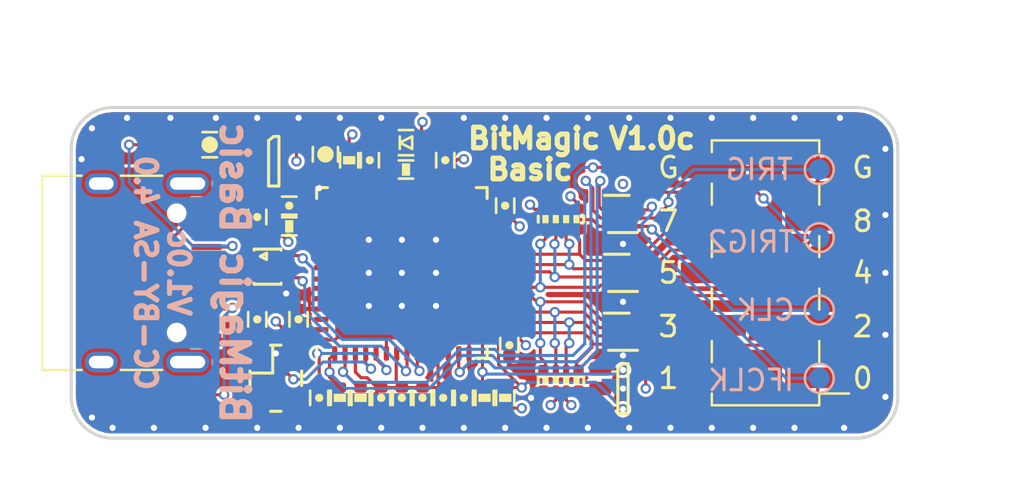
<source format=kicad_pcb>
(kicad_pcb (version 20171130) (host pcbnew "(5.1.5-0-10_14)")
  (title_block (title BitMagic-Basic) (rev V1.0b) (company 1BitSquared) (comment 1 "CC-BY-SA V4.0") (comment 2 "(C) 2019 1BitSquared <info@1bitsquared.com>") (comment 3 "(C) 2019 Piotr Esden-Tempski <piotr@esden.net>"))
  (layers (0 F.Cu signal) (1 In1.Cu signal) (2 In2.Cu signal) (31 B.Cu signal) (34 B.Paste user) (35 F.Paste user) (36 B.SilkS user) (37 F.SilkS user) (38 B.Mask user) (39 F.Mask user) (44 Edge.Cuts user))
  (net 0 "")
  (net 1 +3V3)
  (net 2 GND)
  (net 3 +5V)
  (net 4 "Net-(C12-Pad1)")
  (net 5 /XTALOUT)
  (net 6 /XTALIN)
  (net 7 /SCL)
  (net 8 /SDA)
  (net 9 /PB0)
  (net 10 /PB1)
  (net 11 /PB2)
  (net 12 /PB5)
  (net 13 /PB6)
  (net 14 /PB7)
  (net 15 /~RESET)
  (net 16 /WAKEUP)
  (net 17 /PB3)
  (net 18 /PB4)
  (net 19 /xPB1)
  (net 20 /xPB0)
  (net 21 /xPB3)
  (net 22 /xPB2)
  (net 23 /xPB5)
  (net 24 /xPB4)
  (net 25 /xPB7)
  (net 26 /xPB6)
  (net 27 /shield)
  (net 28 /USBD_P)
  (net 29 /xUSBD_P)
  (net 30 /USBD_N)
  (net 31 /xUSBD_N)
  (net 32 /PA1)
  (net 33 /TRIG)
  (net 34 /CLK)
  (net 35 /xTRIG)
  (net 36 /xCLK)
  (net 37 /xIFCLK)
  (net 38 /IFCLK)
  (net 39 "Net-(D1-PadC)")
  (net 40 /TRIG2)
  (net 41 /xTRIG2)
  (net 42 "Net-(IC1-Pad50)")
  (net 43 "Net-(IC1-Pad49)")
  (net 44 "Net-(IC1-Pad54)")
  (net 45 "Net-(IC1-Pad52)")
  (net 46 "Net-(IC1-Pad51)")
  (net 47 "Net-(IC1-Pad48)")
  (net 48 "Net-(IC1-Pad47)")
  (net 49 "Net-(IC1-Pad46)")
  (net 50 "Net-(IC1-Pad45)")
  (net 51 "Net-(IC1-Pad40)")
  (net 52 "Net-(IC1-Pad39)")
  (net 53 "Net-(IC1-Pad38)")
  (net 54 "Net-(IC1-Pad37)")
  (net 55 "Net-(IC1-Pad36)")
  (net 56 "Net-(IC1-Pad35)")
  (net 57 "Net-(IC1-Pad33)")
  (net 58 "Net-(IC1-Pad31)")
  (net 59 "Net-(IC1-Pad29)")
  (net 60 "Net-(J2-PadB5)")
  (net 61 "Net-(J2-PadA8)")
  (net 62 "Net-(J2-PadA5)")
  (net 63 "Net-(J2-PadB8)")
  (net 64 "Net-(U5-Pad4)")
  (module Connector_PinHeader_2.54mm:PinHeader_2x05_P2.54mm_Vertical_SMD (layer F.Cu) (at 52.6 30 180)
    (fp_text reference J1 hide)
    (fp_text value Conn_02x05_Odd_Even)
    (pad 1 smd rect (at -2.525 -5.08 180) (size 3.15 1) (layers F.Cu F.Paste F.Mask) (net 20 /xPB0))
    (pad 2 smd rect (at 2.525 -5.08 180) (size 3.15 1) (layers F.Cu F.Paste F.Mask) (net 19 /xPB1))
    (pad 3 smd rect (at -2.525 -2.54 180) (size 3.15 1) (layers F.Cu F.Paste F.Mask) (net 22 /xPB2))
    (pad 4 smd rect (at 2.525 -2.54 180) (size 3.15 1) (layers F.Cu F.Paste F.Mask) (net 21 /xPB3))
    (pad 5 smd rect (at -2.525 0 180) (size 3.15 1) (layers F.Cu F.Paste F.Mask) (net 24 /xPB4))
    (pad 6 smd rect (at 2.525 0 180) (size 3.15 1) (layers F.Cu F.Paste F.Mask) (net 23 /xPB5))
    (pad 7 smd rect (at -2.525 2.54 180) (size 3.15 1) (layers F.Cu F.Paste F.Mask) (net 26 /xPB6))
    (pad 8 smd rect (at 2.525 2.54 180) (size 3.15 1) (layers F.Cu F.Paste F.Mask) (net 25 /xPB7))
    (pad 9 smd rect (at -2.525 5.08 180) (size 3.15 1) (layers F.Cu F.Paste F.Mask) (net 2 GND))
    (pad 10 smd rect (at 2.525 5.08 180) (size 3.15 1) (layers F.Cu F.Paste F.Mask) (net 2 GND))
  )
  (module pkl_misc:ABM8 (layer F.Cu) (at 28.9 35.1 270)
    (fp_text reference X1)
    (fp_text value 24MHz)
    (pad GND smd roundrect (at 1.15 0.925 270) (size 1.3 1.05) (layers F.Cu F.Paste F.Mask) (roundrect_rratio 0.238) (net 2 GND))
    (pad GND smd roundrect (at -1.15 -0.925 270) (size 1.3 1.05) (layers F.Cu F.Paste F.Mask) (roundrect_rratio 0.238) (net 2 GND))
    (pad 2 smd roundrect (at 1.15 -0.925 270) (size 1.3 1.05) (layers F.Cu F.Paste F.Mask) (roundrect_rratio 0.238) (net 6 /XTALIN))
    (pad 1 smd roundrect (at -1.15 0.925 270) (size 1.3 1.05) (layers F.Cu F.Paste F.Mask) (roundrect_rratio 0.238) (net 5 /XTALOUT))
  )
  (module pkl_housings_dfn_qfn:DFN-8-1EP_1.35x1.7mm_Pitch0.4mm (layer F.Cu) (at 45.7 32.85)
    (fp_text reference U3)
    (fp_text value IP425x-4-TTL)
    (pad 9 smd roundrect (at 0 0) (size 0.4 1.4) (layers F.Cu F.Mask) (roundrect_rratio 0.125) (net 2 GND))
    (pad 8 smd roundrect (at 0.675 -0.6) (size 0.5 0.22) (layers F.Cu F.Paste F.Mask) (net 21 /xPB3))
    (pad 7 smd roundrect (at 0.675 -0.2) (size 0.5 0.22) (layers F.Cu F.Paste F.Mask) (net 22 /xPB2))
    (pad 6 smd roundrect (at 0.675 0.2) (size 0.5 0.22) (layers F.Cu F.Paste F.Mask) (net 19 /xPB1))
    (pad 5 smd roundrect (at 0.675 0.6) (size 0.5 0.22) (layers F.Cu F.Paste F.Mask) (net 20 /xPB0))
    (pad 4 smd roundrect (at -0.675 0.6) (size 0.5 0.22) (layers F.Cu F.Paste F.Mask) (net 9 /PB0))
    (pad 3 smd roundrect (at -0.675 0.2) (size 0.5 0.22) (layers F.Cu F.Paste F.Mask) (net 10 /PB1))
    (pad 2 smd roundrect (at -0.675 -0.2) (size 0.5 0.22) (layers F.Cu F.Paste F.Mask) (net 11 /PB2))
    (pad 1 smd roundrect (at -0.675 -0.6) (size 0.5 0.22) (layers F.Cu F.Paste F.Mask) (net 17 /PB3))
  )
  (module pkl_housings_dfn_qfn:DFN-8-1EP_1.35x1.7mm_Pitch0.4mm (layer F.Cu) (at 45.7 30)
    (fp_text reference U4)
    (fp_text value IP425x-4-TTL)
    (pad 9 smd roundrect (at 0 0) (size 0.4 1.4) (layers F.Cu F.Mask) (roundrect_rratio 0.125) (net 2 GND))
    (pad 8 smd roundrect (at 0.675 -0.6) (size 0.5 0.22) (layers F.Cu F.Paste F.Mask) (net 25 /xPB7))
    (pad 7 smd roundrect (at 0.675 -0.2) (size 0.5 0.22) (layers F.Cu F.Paste F.Mask) (net 26 /xPB6))
    (pad 6 smd roundrect (at 0.675 0.2) (size 0.5 0.22) (layers F.Cu F.Paste F.Mask) (net 23 /xPB5))
    (pad 5 smd roundrect (at 0.675 0.6) (size 0.5 0.22) (layers F.Cu F.Paste F.Mask) (net 24 /xPB4))
    (pad 4 smd roundrect (at -0.675 0.6) (size 0.5 0.22) (layers F.Cu F.Paste F.Mask) (net 18 /PB4))
    (pad 3 smd roundrect (at -0.675 0.2) (size 0.5 0.22) (layers F.Cu F.Paste F.Mask) (net 12 /PB5))
    (pad 2 smd roundrect (at -0.675 -0.2) (size 0.5 0.22) (layers F.Cu F.Paste F.Mask) (net 13 /PB6))
    (pad 1 smd roundrect (at -0.675 -0.6) (size 0.5 0.22) (layers F.Cu F.Paste F.Mask) (net 14 /PB7))
  )
  (module pkl_housings_dfn_qfn:DFN-8-1EP_1.35x1.7mm_Pitch0.4mm (layer F.Cu) (at 45.7 27.15)
    (fp_text reference U6)
    (fp_text value IP425x-4-TTL)
    (pad 9 smd roundrect (at 0 0) (size 0.4 1.4) (layers F.Cu F.Mask) (roundrect_rratio 0.125) (net 2 GND))
    (pad 8 smd roundrect (at 0.675 -0.6) (size 0.5 0.22) (layers F.Cu F.Paste F.Mask) (net 41 /xTRIG2))
    (pad 7 smd roundrect (at 0.675 -0.2) (size 0.5 0.22) (layers F.Cu F.Paste F.Mask) (net 37 /xIFCLK))
    (pad 6 smd roundrect (at 0.675 0.2) (size 0.5 0.22) (layers F.Cu F.Paste F.Mask) (net 35 /xTRIG))
    (pad 5 smd roundrect (at 0.675 0.6) (size 0.5 0.22) (layers F.Cu F.Paste F.Mask) (net 36 /xCLK))
    (pad 4 smd roundrect (at -0.675 0.6) (size 0.5 0.22) (layers F.Cu F.Paste F.Mask) (net 34 /CLK))
    (pad 3 smd roundrect (at -0.675 0.2) (size 0.5 0.22) (layers F.Cu F.Paste F.Mask) (net 33 /TRIG))
    (pad 2 smd roundrect (at -0.675 -0.2) (size 0.5 0.22) (layers F.Cu F.Paste F.Mask) (net 38 /IFCLK))
    (pad 1 smd roundrect (at -0.675 -0.6) (size 0.5 0.22) (layers F.Cu F.Paste F.Mask) (net 40 /TRIG2))
  )
  (module pkl_housings_dfn_qfn:QFN-56-1EP_8x8mm_Pitch0.5mm (layer F.Cu) (at 35 30 90)
    (fp_text reference IC1)
    (fp_text value CY7C68013A-56)
    (pad 57 smd roundrect (at 0 0 90) (size 6.45 6.45) (layers F.Cu F.Mask) (roundrect_rratio 0.039) (net 2 GND))
    (pad 57 thru_hole circle (at -1.6 1.65 90) (size 0.5 0.5) (drill 0.3) (layers *.Cu F.Mask) (net 2 GND))
    (pad 57 thru_hole circle (at -1.6 0 90) (size 0.5 0.5) (drill 0.3) (layers *.Cu F.Mask) (net 2 GND))
    (pad 57 thru_hole circle (at -1.6 -1.6 90) (size 0.5 0.5) (drill 0.3) (layers *.Cu F.Mask) (net 2 GND))
    (pad 57 thru_hole circle (at 0 -1.6 90) (size 0.5 0.5) (drill 0.3) (layers *.Cu F.Mask) (net 2 GND))
    (pad 57 thru_hole circle (at 0 0 90) (size 0.5 0.5) (drill 0.3) (layers *.Cu F.Mask) (net 2 GND))
    (pad 57 thru_hole circle (at 0 1.65 90) (size 0.5 0.5) (drill 0.3) (layers *.Cu F.Mask) (net 2 GND))
    (pad 57 thru_hole circle (at 1.6 1.65 90) (size 0.5 0.5) (drill 0.3) (layers *.Cu F.Mask) (net 2 GND))
    (pad 57 thru_hole circle (at 1.6 0 90) (size 0.5 0.5) (drill 0.3) (layers *.Cu F.Mask) (net 2 GND))
    (pad 57 thru_hole circle (at 1.6 -1.6 90) (size 0.5 0.5) (drill 0.3) (layers *.Cu F.Mask) (net 2 GND))
    (pad 22 smd roundrect (at 0.25 3.9 180) (size 0.7 0.25) (layers F.Cu F.Paste F.Mask) (net 18 /PB4))
    (pad 21 smd roundrect (at -0.25 3.9 180) (size 0.7 0.25) (layers F.Cu F.Paste F.Mask) (net 17 /PB3))
    (pad 50 smd roundrect (at -0.3 -3.9 180) (size 0.7 0.25) (layers F.Cu F.Paste F.Mask) (net 42 "Net-(IC1-Pad50)"))
    (pad 49 smd roundrect (at 0.25 -3.9 180) (size 0.7 0.25) (layers F.Cu F.Paste F.Mask) (net 43 "Net-(IC1-Pad49)"))
    (pad 56 smd roundrect (at -3.25 -3.9 180) (size 0.7 0.25) (layers F.Cu F.Paste F.Mask) (net 2 GND))
    (pad 55 smd roundrect (at -2.75 -3.9 180) (size 0.7 0.25) (layers F.Cu F.Paste F.Mask) (net 1 +3V3))
    (pad 54 smd roundrect (at -2.25 -3.9 180) (size 0.7 0.25) (layers F.Cu F.Paste F.Mask) (net 44 "Net-(IC1-Pad54)"))
    (pad 53 smd roundrect (at -1.75 -3.9 180) (size 0.7 0.25) (layers F.Cu F.Paste F.Mask) (net 2 GND))
    (pad 52 smd roundrect (at -1.25 -3.9 180) (size 0.7 0.25) (layers F.Cu F.Paste F.Mask) (net 45 "Net-(IC1-Pad52)"))
    (pad 51 smd roundrect (at -0.75 -3.9 180) (size 0.7 0.25) (layers F.Cu F.Paste F.Mask) (net 46 "Net-(IC1-Pad51)"))
    (pad 48 smd roundrect (at 0.75 -3.9 180) (size 0.7 0.25) (layers F.Cu F.Paste F.Mask) (net 47 "Net-(IC1-Pad48)"))
    (pad 47 smd roundrect (at 1.25 -3.9 180) (size 0.7 0.25) (layers F.Cu F.Paste F.Mask) (net 48 "Net-(IC1-Pad47)"))
    (pad 46 smd roundrect (at 1.75 -3.9 180) (size 0.7 0.25) (layers F.Cu F.Paste F.Mask) (net 49 "Net-(IC1-Pad46)"))
    (pad 45 smd roundrect (at 2.25 -3.9 180) (size 0.7 0.25) (layers F.Cu F.Paste F.Mask) (net 50 "Net-(IC1-Pad45)"))
    (pad 44 smd roundrect (at 2.75 -3.9 180) (size 0.7 0.25) (layers F.Cu F.Paste F.Mask) (net 16 /WAKEUP))
    (pad 43 smd roundrect (at 3.25 -3.9 180) (size 0.7 0.25) (layers F.Cu F.Paste F.Mask) (net 1 +3V3))
    (pad 42 smd roundrect (at 3.9 -3.25 90) (size 0.7 0.25) (layers F.Cu F.Paste F.Mask) (net 15 /~RESET))
    (pad 41 smd roundrect (at 3.9 -2.75 90) (size 0.7 0.25) (layers F.Cu F.Paste F.Mask) (net 2 GND))
    (pad 40 smd roundrect (at 3.9 -2.25 90) (size 0.7 0.25) (layers F.Cu F.Paste F.Mask) (net 51 "Net-(IC1-Pad40)"))
    (pad 39 smd roundrect (at 3.9 -1.75 90) (size 0.7 0.25) (layers F.Cu F.Paste F.Mask) (net 52 "Net-(IC1-Pad39)"))
    (pad 38 smd roundrect (at 3.9 -1.25 90) (size 0.7 0.25) (layers F.Cu F.Paste F.Mask) (net 53 "Net-(IC1-Pad38)"))
    (pad 37 smd roundrect (at 3.9 -0.75 90) (size 0.7 0.25) (layers F.Cu F.Paste F.Mask) (net 54 "Net-(IC1-Pad37)"))
    (pad 36 smd roundrect (at 3.9 -0.25 90) (size 0.7 0.25) (layers F.Cu F.Paste F.Mask) (net 55 "Net-(IC1-Pad36)"))
    (pad 35 smd roundrect (at 3.9 0.25 90) (size 0.7 0.25) (layers F.Cu F.Paste F.Mask) (net 56 "Net-(IC1-Pad35)"))
    (pad 34 smd roundrect (at 3.9 0.75 90) (size 0.7 0.25) (layers F.Cu F.Paste F.Mask) (net 32 /PA1))
    (pad 33 smd roundrect (at 3.9 1.25 90) (size 0.7 0.25) (layers F.Cu F.Paste F.Mask) (net 57 "Net-(IC1-Pad33)"))
    (pad 32 smd roundrect (at 3.9 1.75 90) (size 0.7 0.25) (layers F.Cu F.Paste F.Mask) (net 1 +3V3))
    (pad 31 smd roundrect (at 3.9 2.25 90) (size 0.7 0.25) (layers F.Cu F.Paste F.Mask) (net 58 "Net-(IC1-Pad31)"))
    (pad 30 smd roundrect (at 3.9 2.75 90) (size 0.7 0.25) (layers F.Cu F.Paste F.Mask) (net 34 /CLK))
    (pad 29 smd roundrect (at 3.9 3.25 90) (size 0.7 0.25) (layers F.Cu F.Paste F.Mask) (net 59 "Net-(IC1-Pad29)"))
    (pad 28 smd roundrect (at 3.25 3.9 180) (size 0.7 0.25) (layers F.Cu F.Paste F.Mask) (net 2 GND))
    (pad 27 smd roundrect (at 2.75 3.9 180) (size 0.7 0.25) (layers F.Cu F.Paste F.Mask) (net 1 +3V3))
    (pad 26 smd roundrect (at 2.25 3.9 180) (size 0.7 0.25) (layers F.Cu F.Paste F.Mask) (net 2 GND))
    (pad 25 smd roundrect (at 1.75 3.9 180) (size 0.7 0.25) (layers F.Cu F.Paste F.Mask) (net 14 /PB7))
    (pad 24 smd roundrect (at 1.25 3.9 180) (size 0.7 0.25) (layers F.Cu F.Paste F.Mask) (net 13 /PB6))
    (pad 23 smd roundrect (at 0.75 3.9 180) (size 0.7 0.25) (layers F.Cu F.Paste F.Mask) (net 12 /PB5))
    (pad 20 smd roundrect (at -0.75 3.9 180) (size 0.7 0.25) (layers F.Cu F.Paste F.Mask) (net 11 /PB2))
    (pad 19 smd roundrect (at -1.25 3.9 180) (size 0.7 0.25) (layers F.Cu F.Paste F.Mask) (net 10 /PB1))
    (pad 18 smd roundrect (at -1.75 3.9 180) (size 0.7 0.25) (layers F.Cu F.Paste F.Mask) (net 9 /PB0))
    (pad 17 smd roundrect (at -2.25 3.9 180) (size 0.7 0.25) (layers F.Cu F.Paste F.Mask) (net 1 +3V3))
    (pad 16 smd roundrect (at -2.75 3.9 180) (size 0.7 0.25) (layers F.Cu F.Paste F.Mask) (net 8 /SDA))
    (pad 15 smd roundrect (at -3.25 3.9 180) (size 0.7 0.25) (layers F.Cu F.Paste F.Mask) (net 7 /SCL))
    (pad 14 smd roundrect (at -3.9 3.25 90) (size 0.7 0.25) (layers F.Cu F.Paste F.Mask) (net 2 GND))
    (pad 13 smd roundrect (at -3.9 2.75 90) (size 0.7 0.25) (layers F.Cu F.Paste F.Mask) (net 38 /IFCLK))
    (pad 12 smd roundrect (at -3.9 2.25 90) (size 0.7 0.25) (layers F.Cu F.Paste F.Mask) (net 2 GND))
    (pad 11 smd roundrect (at -3.9 1.75 90) (size 0.7 0.25) (layers F.Cu F.Paste F.Mask) (net 1 +3V3))
    (pad 10 smd roundrect (at -3.9 1.25 90) (size 0.7 0.25) (layers F.Cu F.Paste F.Mask) (net 2 GND))
    (pad 9 smd roundrect (at -3.9 0.75 90) (size 0.7 0.25) (layers F.Cu F.Paste F.Mask) (net 30 /USBD_N))
    (pad 8 smd roundrect (at -3.9 0.25 90) (size 0.7 0.25) (layers F.Cu F.Paste F.Mask) (net 28 /USBD_P))
    (pad 7 smd roundrect (at -3.9 -0.25 90) (size 0.7 0.25) (layers F.Cu F.Paste F.Mask) (net 1 +3V3))
    (pad 6 smd roundrect (at -3.9 -0.75 90) (size 0.7 0.25) (layers F.Cu F.Paste F.Mask) (net 2 GND))
    (pad 5 smd roundrect (at -3.9 -1.25 90) (size 0.7 0.25) (layers F.Cu F.Paste F.Mask) (net 6 /XTALIN))
    (pad 4 smd roundrect (at -3.9 -1.75 90) (size 0.7 0.25) (layers F.Cu F.Paste F.Mask) (net 5 /XTALOUT))
    (pad 3 smd roundrect (at -3.9 -2.25 90) (size 0.7 0.25) (layers F.Cu F.Paste F.Mask) (net 1 +3V3))
    (pad 2 smd roundrect (at -3.9 -2.75 90) (size 0.7 0.25) (layers F.Cu F.Paste F.Mask) (net 40 /TRIG2))
    (pad 1 smd roundrect (at -3.9 -3.25 90) (size 0.7 0.25) (layers F.Cu F.Paste F.Mask) (net 33 /TRIG))
  )
  (module pkl_dipol:C_0603 (layer F.Cu) (at 25.7 23.8 180)
    (fp_text reference C11)
    (fp_text value 4u7)
    (pad 2 smd roundrect (at 0.75 0 180) (size 0.6 0.9) (layers F.Cu F.Paste F.Mask) (net 2 GND))
    (pad 1 smd roundrect (at -0.75 0 180) (size 0.6 0.9) (layers F.Cu F.Paste F.Mask) (net 3 +5V))
  )
  (module pkl_dipol:C_0603 (layer F.Cu) (at 31.3 24.263544 270)
    (fp_text reference C13)
    (fp_text value 4u7)
    (pad 2 smd roundrect (at 0.75 0 270) (size 0.6 0.9) (layers F.Cu F.Paste F.Mask) (net 2 GND))
    (pad 1 smd roundrect (at -0.75 0 270) (size 0.6 0.9) (layers F.Cu F.Paste F.Mask) (net 1 +3V3))
  )
  (module pkl_housings_sot:SOT-23-5 (layer F.Cu) (at 45.7 35.6 180)
    (fp_text reference U5)
    (fp_text value 24LC00)
    (pad 5 smd roundrect (at -1.1 0.95) (size 1.06 0.65) (layers F.Cu F.Paste F.Mask) (net 1 +3V3))
    (pad 4 smd roundrect (at -1.1 -0.95) (size 1.06 0.65) (layers F.Cu F.Paste F.Mask) (net 64 "Net-(U5-Pad4)"))
    (pad 3 smd roundrect (at 1.1 -0.95) (size 1.06 0.65) (layers F.Cu F.Paste F.Mask) (net 8 /SDA))
    (pad 2 smd roundrect (at 1.1 0) (size 1.06 0.65) (layers F.Cu F.Paste F.Mask) (net 2 GND))
    (pad 1 smd roundrect (at 1.1 0.95) (size 1.06 0.65) (layers F.Cu F.Paste F.Mask) (net 7 /SCL))
  )
  (module pkl_housings_sot:SOT-23-5 (layer F.Cu) (at 28.8 24.6 180)
    (fp_text reference U1)
    (fp_text value 3.3V)
    (pad 5 smd roundrect (at -1.1 0.95) (size 1.06 0.65) (layers F.Cu F.Paste F.Mask) (net 1 +3V3))
    (pad 4 smd roundrect (at -1.1 -0.95) (size 1.06 0.65) (layers F.Cu F.Paste F.Mask) (net 4 "Net-(C12-Pad1)"))
    (pad 3 smd roundrect (at 1.1 -0.95) (size 1.06 0.65) (layers F.Cu F.Paste F.Mask) (net 3 +5V))
    (pad 2 smd roundrect (at 1.1 0) (size 1.06 0.65) (layers F.Cu F.Paste F.Mask) (net 2 GND))
    (pad 1 smd roundrect (at 1.1 0.95) (size 1.06 0.65) (layers F.Cu F.Paste F.Mask) (net 3 +5V))
  )
  (module pkl_dipol:D_0603 (layer F.Cu) (at 35.2 23.7)
    (fp_text reference D1)
    (fp_text value GRN)
    (pad C smd roundrect (at -0.75 0 180) (size 0.6 0.9) (layers F.Cu F.Paste F.Mask) (net 39 "Net-(D1-PadC)"))
    (pad A smd roundrect (at 0.75 0 180) (size 0.6 0.9) (layers F.Cu F.Paste F.Mask) (net 1 +3V3))
  )
  (module pkl_dipol:R_0402 (layer F.Cu) (at 33 36.05 90)
    (fp_text reference R7)
    (fp_text value 100k)
    (pad 2 smd roundrect (at 0.5 0 90) (size 0.5 0.6) (layers F.Cu F.Paste F.Mask) (net 40 /TRIG2))
    (pad 1 smd roundrect (at -0.5 0 90) (size 0.5 0.6) (layers F.Cu F.Paste F.Mask) (net 1 +3V3))
  )
  (module pkl_dipol:R_0402 (layer F.Cu) (at 35.2 25)
    (fp_text reference R1)
    (fp_text value 330E)
    (pad 2 smd roundrect (at 0.5 0) (size 0.5 0.6) (layers F.Cu F.Paste F.Mask) (net 32 /PA1))
    (pad 1 smd roundrect (at -0.5 0) (size 0.5 0.6) (layers F.Cu F.Paste F.Mask) (net 39 "Net-(D1-PadC)"))
  )
  (module pkl_dipol:R_0402 (layer F.Cu) (at 39 36.05 270)
    (fp_text reference R2)
    (fp_text value 2k7)
    (pad 2 smd roundrect (at 0.5 0 270) (size 0.5 0.6) (layers F.Cu F.Paste F.Mask) (net 1 +3V3))
    (pad 1 smd roundrect (at -0.5 0 270) (size 0.5 0.6) (layers F.Cu F.Paste F.Mask) (net 7 /SCL))
  )
  (module pkl_dipol:R_0402 (layer F.Cu) (at 40 36.05 270)
    (fp_text reference R3)
    (fp_text value 2k7)
    (pad 2 smd roundrect (at 0.5 0 270) (size 0.5 0.6) (layers F.Cu F.Paste F.Mask) (net 1 +3V3))
    (pad 1 smd roundrect (at -0.5 0 270) (size 0.5 0.6) (layers F.Cu F.Paste F.Mask) (net 8 /SDA))
  )
  (module pkl_dipol:R_0402 (layer F.Cu) (at 32.45 24.55 90)
    (fp_text reference R4)
    (fp_text value 2k7)
    (pad 2 smd roundrect (at 0.5 0 90) (size 0.5 0.6) (layers F.Cu F.Paste F.Mask) (net 1 +3V3))
    (pad 1 smd roundrect (at -0.5 0 90) (size 0.5 0.6) (layers F.Cu F.Paste F.Mask) (net 15 /~RESET))
  )
  (module pkl_dipol:R_0402 (layer F.Cu) (at 29.55 27.75 180)
    (fp_text reference R5)
    (fp_text value 100k)
    (pad 2 smd roundrect (at 0.5 0 180) (size 0.5 0.6) (layers F.Cu F.Paste F.Mask) (net 1 +3V3))
    (pad 1 smd roundrect (at -0.5 0 180) (size 0.5 0.6) (layers F.Cu F.Paste F.Mask) (net 16 /WAKEUP))
  )
  (module pkl_dipol:R_0402 (layer F.Cu) (at 32 36.05 90)
    (fp_text reference R6)
    (fp_text value 100k)
    (pad 2 smd roundrect (at 0.5 0 90) (size 0.5 0.6) (layers F.Cu F.Paste F.Mask) (net 33 /TRIG))
    (pad 1 smd roundrect (at -0.5 0 90) (size 0.5 0.6) (layers F.Cu F.Paste F.Mask) (net 1 +3V3))
  )
  (module pkl_dipol:C_0402 (layer F.Cu) (at 38 36.05 270)
    (fp_text reference C1)
    (fp_text value 100n)
    (pad 2 smd roundrect (at 0.5 0 270) (size 0.5 0.6) (layers F.Cu F.Paste F.Mask) (net 2 GND))
    (pad 1 smd roundrect (at -0.5 0 270) (size 0.5 0.6) (layers F.Cu F.Paste F.Mask) (net 1 +3V3))
  )
  (module pkl_dipol:C_0402 (layer F.Cu) (at 40.2 33.5 270)
    (fp_text reference C2)
    (fp_text value 100n)
    (pad 2 smd roundrect (at 0.5 0 270) (size 0.5 0.6) (layers F.Cu F.Paste F.Mask) (net 2 GND))
    (pad 1 smd roundrect (at -0.5 0 270) (size 0.5 0.6) (layers F.Cu F.Paste F.Mask) (net 1 +3V3))
  )
  (module pkl_dipol:C_0402 (layer F.Cu) (at 40 26.75 90)
    (fp_text reference C3)
    (fp_text value 100n)
    (pad 2 smd roundrect (at 0.5 0 90) (size 0.5 0.6) (layers F.Cu F.Paste F.Mask) (net 2 GND))
    (pad 1 smd roundrect (at -0.5 0 90) (size 0.5 0.6) (layers F.Cu F.Paste F.Mask) (net 1 +3V3))
  )
  (module pkl_dipol:C_0402 (layer F.Cu) (at 37.1 24.55 90)
    (fp_text reference C4)
    (fp_text value 100n)
    (pad 2 smd roundrect (at 0.5 0 90) (size 0.5 0.6) (layers F.Cu F.Paste F.Mask) (net 2 GND))
    (pad 1 smd roundrect (at -0.5 0 90) (size 0.5 0.6) (layers F.Cu F.Paste F.Mask) (net 1 +3V3))
  )
  (module pkl_dipol:C_0402 (layer F.Cu) (at 29.55 26.75 180)
    (fp_text reference C5)
    (fp_text value 100n)
    (pad 2 smd roundrect (at 0.5 0 180) (size 0.5 0.6) (layers F.Cu F.Paste F.Mask) (net 2 GND))
    (pad 1 smd roundrect (at -0.5 0 180) (size 0.5 0.6) (layers F.Cu F.Paste F.Mask) (net 1 +3V3))
  )
  (module pkl_dipol:C_0402 (layer F.Cu) (at 30 32.25 90)
    (fp_text reference C6)
    (fp_text value 100n)
    (pad 2 smd roundrect (at 0.5 0 90) (size 0.5 0.6) (layers F.Cu F.Paste F.Mask) (net 2 GND))
    (pad 1 smd roundrect (at -0.5 0 90) (size 0.5 0.6) (layers F.Cu F.Paste F.Mask) (net 1 +3V3))
  )
  (module pkl_dipol:C_0402 (layer F.Cu) (at 34.000001 36.05 270)
    (fp_text reference C7)
    (fp_text value 2u2)
    (pad 2 smd roundrect (at 0.5 0 270) (size 0.5 0.6) (layers F.Cu F.Paste F.Mask) (net 2 GND))
    (pad 1 smd roundrect (at -0.5 0 270) (size 0.5 0.6) (layers F.Cu F.Paste F.Mask) (net 1 +3V3))
  )
  (module pkl_dipol:C_0402 (layer F.Cu) (at 37 36.05 270)
    (fp_text reference C8)
    (fp_text value 2u2)
    (pad 2 smd roundrect (at 0.5 0 270) (size 0.5 0.6) (layers F.Cu F.Paste F.Mask) (net 2 GND))
    (pad 1 smd roundrect (at -0.5 0 270) (size 0.5 0.6) (layers F.Cu F.Paste F.Mask) (net 1 +3V3))
  )
  (module pkl_dipol:C_0402 (layer F.Cu) (at 34.999999 36.05 270)
    (fp_text reference C9)
    (fp_text value 100n)
    (pad 2 smd roundrect (at 0.5 0 270) (size 0.5 0.6) (layers F.Cu F.Paste F.Mask) (net 2 GND))
    (pad 1 smd roundrect (at -0.5 0 270) (size 0.5 0.6) (layers F.Cu F.Paste F.Mask) (net 1 +3V3))
  )
  (module pkl_dipol:C_0402 (layer F.Cu) (at 36 36.05 270)
    (fp_text reference C10)
    (fp_text value 100n)
    (pad 2 smd roundrect (at 0.5 0 270) (size 0.5 0.6) (layers F.Cu F.Paste F.Mask) (net 2 GND))
    (pad 1 smd roundrect (at -0.5 0 270) (size 0.5 0.6) (layers F.Cu F.Paste F.Mask) (net 1 +3V3))
  )
  (module pkl_dipol:C_0402 (layer F.Cu) (at 28 27.3 270)
    (fp_text reference C12)
    (fp_text value 10n)
    (pad 2 smd roundrect (at 0.5 0 270) (size 0.5 0.6) (layers F.Cu F.Paste F.Mask) (net 2 GND))
    (pad 1 smd roundrect (at -0.5 0 270) (size 0.5 0.6) (layers F.Cu F.Paste F.Mask) (net 4 "Net-(C12-Pad1)"))
  )
  (module pkl_dipol:C_0402 (layer F.Cu) (at 33.45 24.55 90)
    (fp_text reference C14)
    (fp_text value 1u)
    (pad 2 smd roundrect (at 0.5 0 90) (size 0.5 0.6) (layers F.Cu F.Paste F.Mask) (net 2 GND))
    (pad 1 smd roundrect (at -0.5 0 90) (size 0.5 0.6) (layers F.Cu F.Paste F.Mask) (net 15 /~RESET))
  )
  (module pkl_dipol:C_0402 (layer F.Cu) (at 28 32.25 90)
    (fp_text reference C15)
    (fp_text value 10p)
    (pad 2 smd roundrect (at 0.5 0 90) (size 0.5 0.6) (layers F.Cu F.Paste F.Mask) (net 2 GND))
    (pad 1 smd roundrect (at -0.5 0 90) (size 0.5 0.6) (layers F.Cu F.Paste F.Mask) (net 5 /XTALOUT))
  )
  (module pkl_dipol:C_0402 (layer F.Cu) (at 31 36.05 270)
    (fp_text reference C16)
    (fp_text value 10p)
    (pad 2 smd roundrect (at 0.5 0 270) (size 0.5 0.6) (layers F.Cu F.Paste F.Mask) (net 2 GND))
    (pad 1 smd roundrect (at -0.5 0 270) (size 0.5 0.6) (layers F.Cu F.Paste F.Mask) (net 6 /XTALIN))
  )
  (module pkl_dipol:R_Array_Convex_4x0402 (layer F.Cu) (at 42.7 35.2 270)
    (fp_text reference R8)
    (fp_text value 150k)
    (pad 8 smd roundrect (at 0.5 0.85 270) (size 0.5 0.5) (layers F.Cu F.Paste F.Mask) (net 1 +3V3))
    (pad 6 smd roundrect (at 0.5 0.25 270) (size 0.5 0.3) (layers F.Cu F.Paste F.Mask) (net 1 +3V3))
    (pad 4 smd roundrect (at 0.5 -0.25 270) (size 0.5 0.3) (layers F.Cu F.Paste F.Mask) (net 1 +3V3))
    (pad 2 smd roundrect (at 0.5 -0.85 270) (size 0.5 0.5) (layers F.Cu F.Paste F.Mask) (net 1 +3V3))
    (pad 7 smd roundrect (at -0.5 0.85 270) (size 0.5 0.5) (layers F.Cu F.Paste F.Mask) (net 17 /PB3))
    (pad 1 smd roundrect (at -0.5 -0.85 270) (size 0.5 0.5) (layers F.Cu F.Paste F.Mask) (net 9 /PB0))
    (pad 5 smd roundrect (at -0.5 0.25 270) (size 0.5 0.3) (layers F.Cu F.Paste F.Mask) (net 11 /PB2))
    (pad 3 smd roundrect (at -0.5 -0.25 270) (size 0.5 0.3) (layers F.Cu F.Paste F.Mask) (net 10 /PB1))
  )
  (module pkl_dipol:R_Array_Convex_4x0402 (layer F.Cu) (at 42.7 27.4 90)
    (fp_text reference R9)
    (fp_text value 150k)
    (pad 8 smd roundrect (at 0.5 0.85 90) (size 0.5 0.5) (layers F.Cu F.Paste F.Mask) (net 1 +3V3))
    (pad 6 smd roundrect (at 0.5 0.25 90) (size 0.5 0.3) (layers F.Cu F.Paste F.Mask) (net 1 +3V3))
    (pad 4 smd roundrect (at 0.5 -0.25 90) (size 0.5 0.3) (layers F.Cu F.Paste F.Mask) (net 1 +3V3))
    (pad 2 smd roundrect (at 0.5 -0.85 90) (size 0.5 0.5) (layers F.Cu F.Paste F.Mask) (net 1 +3V3))
    (pad 7 smd roundrect (at -0.5 0.85 90) (size 0.5 0.5) (layers F.Cu F.Paste F.Mask) (net 14 /PB7))
    (pad 1 smd roundrect (at -0.5 -0.85 90) (size 0.5 0.5) (layers F.Cu F.Paste F.Mask) (net 18 /PB4))
    (pad 5 smd roundrect (at -0.5 0.25 90) (size 0.5 0.3) (layers F.Cu F.Paste F.Mask) (net 13 /PB6))
    (pad 3 smd roundrect (at -0.5 -0.25 90) (size 0.5 0.3) (layers F.Cu F.Paste F.Mask) (net 12 /PB5))
  )
  (module pkl_housings_sot:SOT-666 (layer F.Cu) (at 28.5 29.7)
    (fp_text reference U2)
    (fp_text value USBLC6-2)
    (pad 6 smd roundrect (at 0.85 -0.5375 270) (size 0.35 0.5) (layers F.Cu F.Paste F.Mask) (net 30 /USBD_N))
    (pad 5 smd roundrect (at 0.925 0 270) (size 0.3 0.65) (layers F.Cu F.Paste F.Mask) (net 3 +5V))
    (pad 4 smd roundrect (at 0.85 0.5375 270) (size 0.375 0.5) (layers F.Cu F.Paste F.Mask) (net 28 /USBD_P))
    (pad 3 smd roundrect (at -0.85 0.5375 270) (size 0.375 0.5) (layers F.Cu F.Paste F.Mask) (net 29 /xUSBD_P))
    (pad 2 smd roundrect (at -0.925 0 270) (size 0.3 0.65) (layers F.Cu F.Paste F.Mask) (net 2 GND))
    (pad 1 smd roundrect (at -0.85 -0.5375 270) (size 0.375 0.5) (layers F.Cu F.Paste F.Mask) (net 31 /xUSBD_N))
  )
  (module Connector_USB:USB_C_Receptacle_HRO_TYPE-C-31-M-12 (layer F.Cu) (at 21.5 30 270)
    (fp_text reference J2 hide)
    (fp_text value Host_USB_C)
    (pad S1 thru_hole oval (at 4.32 1.05 270) (size 1 1.6) (drill oval 0.6 1.2) (layers *.Cu *.Mask) (net 27 /shield))
    (pad "" np_thru_hole circle (at 2.89 -2.6 270) (size 0.65 0.65) (drill 0.65) (layers *.Cu *.Mask))
    (pad S1 thru_hole oval (at -4.32 1.05 270) (size 1 1.6) (drill oval 0.6 1.2) (layers *.Cu *.Mask) (net 27 /shield))
    (pad "" np_thru_hole circle (at -2.89 -2.6 270) (size 0.65 0.65) (drill 0.65) (layers *.Cu *.Mask))
    (pad S1 thru_hole oval (at -4.32 -3.13 270) (size 1 2.1) (drill oval 0.6 1.7) (layers *.Cu *.Mask) (net 27 /shield))
    (pad S1 thru_hole oval (at 4.32 -3.13 270) (size 1 2.1) (drill oval 0.6 1.7) (layers *.Cu *.Mask) (net 27 /shield))
    (pad A6 smd rect (at -0.25 -4.045 270) (size 0.3 1.45) (layers F.Cu F.Paste F.Mask) (net 29 /xUSBD_P))
    (pad B5 smd rect (at 1.75 -4.045 270) (size 0.3 1.45) (layers F.Cu F.Paste F.Mask) (net 60 "Net-(J2-PadB5)"))
    (pad A8 smd rect (at 1.25 -4.045 270) (size 0.3 1.45) (layers F.Cu F.Paste F.Mask) (net 61 "Net-(J2-PadA8)"))
    (pad B6 smd rect (at 0.75 -4.045 270) (size 0.3 1.45) (layers F.Cu F.Paste F.Mask) (net 29 /xUSBD_P))
    (pad A7 smd rect (at 0.25 -4.045 270) (size 0.3 1.45) (layers F.Cu F.Paste F.Mask) (net 31 /xUSBD_N))
    (pad B7 smd rect (at -0.75 -4.045 270) (size 0.3 1.45) (layers F.Cu F.Paste F.Mask) (net 31 /xUSBD_N))
    (pad A5 smd rect (at -1.25 -4.045 270) (size 0.3 1.45) (layers F.Cu F.Paste F.Mask) (net 62 "Net-(J2-PadA5)"))
    (pad B8 smd rect (at -1.75 -4.045 270) (size 0.3 1.45) (layers F.Cu F.Paste F.Mask) (net 63 "Net-(J2-PadB8)"))
    (pad A12 smd rect (at 3.25 -4.045 270) (size 0.6 1.45) (layers F.Cu F.Paste F.Mask) (net 2 GND))
    (pad B4 smd rect (at 2.45 -4.045 270) (size 0.6 1.45) (layers F.Cu F.Paste F.Mask) (net 3 +5V))
    (pad A4 smd rect (at -2.45 -4.045 270) (size 0.6 1.45) (layers F.Cu F.Paste F.Mask) (net 3 +5V))
    (pad A1 smd rect (at -3.25 -4.045 270) (size 0.6 1.45) (layers F.Cu F.Paste F.Mask) (net 2 GND))
    (pad B12 smd rect (at -3.25 -4.045 270) (size 0.6 1.45) (layers F.Cu F.Paste F.Mask) (net 2 GND))
    (pad B9 smd rect (at -2.45 -4.045 270) (size 0.6 1.45) (layers F.Cu F.Paste F.Mask) (net 3 +5V))
    (pad A9 smd rect (at 2.45 -4.045 270) (size 0.6 1.45) (layers F.Cu F.Paste F.Mask) (net 3 +5V))
    (pad B1 smd rect (at 3.25 -4.045 270) (size 0.6 1.45) (layers F.Cu F.Paste F.Mask) (net 2 GND))
  )
  (module Resistor_SMD:R_0402_1005Metric (layer F.Cu) (at 22.485 35.9 180)
    (fp_text reference R10 hide)
    (fp_text value 1m)
    (pad 1 smd roundrect (at -0.485 0 180) (size 0.59 0.64) (layers F.Cu F.Paste F.Mask) (net 2 GND))
    (pad 2 smd roundrect (at 0.485 0 180) (size 0.59 0.64) (layers F.Cu F.Paste F.Mask) (net 27 /shield))
  )
  (module Resistor_SMD:R_0402_1005Metric (layer F.Cu) (at 23.2 23.8 180)
    (fp_text reference R11 hide)
    (fp_text value 5k1)
    (pad 1 smd roundrect (at -0.485 0 180) (size 0.59 0.64) (layers F.Cu F.Paste F.Mask) (net 2 GND))
    (pad 2 smd roundrect (at 0.485 0 180) (size 0.59 0.64) (layers F.Cu F.Paste F.Mask) (net 62 "Net-(J2-PadA5)"))
  )
  (module Resistor_SMD:R_0402_1005Metric (layer F.Cu) (at 24.8 35.9)
    (fp_text reference R12 hide)
    (fp_text value 5k1)
    (pad 2 smd roundrect (at 0.485 0) (size 0.59 0.64) (layers F.Cu F.Paste F.Mask) (net 60 "Net-(J2-PadB5)"))
    (pad 1 smd roundrect (at -0.485 0) (size 0.59 0.64) (layers F.Cu F.Paste F.Mask) (net 2 GND))
  )
  (module TestPoint:TestPoint_Pad_D1.0mm (layer B.Cu) (at 55.2 25)
    (fp_text reference TP1 hide)
    (fp_text value T1 hide)
    (pad 1 smd circle (at 0 0) (size 1 1) (layers B.Cu B.Mask) (net 35 /xTRIG))
  )
  (module TestPoint:TestPoint_Pad_D1.0mm (layer B.Cu) (at 55.2 28.3)
    (fp_text reference TP2 hide)
    (fp_text value T2)
    (pad 1 smd circle (at 0 0) (size 1 1) (layers B.Cu B.Mask) (net 41 /xTRIG2))
  )
  (module TestPoint:TestPoint_Pad_D1.0mm (layer B.Cu) (at 55.2 31.8)
    (fp_text reference TP3 hide)
    (fp_text value CLK)
    (pad 1 smd circle (at 0 0) (size 1 1) (layers B.Cu B.Mask) (net 36 /xCLK))
  )
  (module TestPoint:TestPoint_Pad_D1.0mm (layer B.Cu) (at 55.2 35.1)
    (fp_text reference TP4 hide)
    (fp_text value IFCLK)
    (pad 1 smd circle (at 0 0) (size 1 1) (layers B.Cu B.Mask) (net 37 /xIFCLK))
  )
  (gr_text IFCLK (at 51.9 35.2) (layer B.SilkS) (effects (font (size 1 1)) (justify mirror)))
  (gr_text CLK (at 52.6 31.8) (layer B.SilkS) (effects (font (size 1 1)) (justify mirror)))
  (gr_text TRIG2 (at 51.9 28.5) (layer B.SilkS) (effects (font (size 1 1)) (justify mirror)))
  (gr_text TRIG (at 52.3 25) (layer B.SilkS) (effects (font (size 1 1)) (justify mirror)))
  (gr_text 0 (at 57.3 35.1) (layer F.SilkS) (effects (font (size 1 1))))
  (gr_text G (at 57.3 24.9) (layer F.SilkS) (effects (font (size 1 1))))
  (gr_text 2 (at 57.3 32.6) (layer F.SilkS) (effects (font (size 1 1))))
  (gr_text 8 (at 57.3 27.5) (layer F.SilkS) (effects (font (size 1 1))))
  (gr_text 4 (at 57.3 30) (layer F.SilkS) (effects (font (size 1 1))))
  (gr_text 1 (at 47.9 35.1) (layer F.SilkS) (effects (font (size 1 1))))
  (gr_text 3 (at 47.9 32.6) (layer F.SilkS) (effects (font (size 1 1))))
  (gr_text 5 (at 47.9 30) (layer F.SilkS) (effects (font (size 1 1))))
  (gr_text 7 (at 47.9 27.5) (layer F.SilkS) (effects (font (size 1 1))))
  (gr_text G (at 47.9 24.9) (layer F.SilkS) (effects (font (size 1 1))))
  (gr_text Basic (at 41.2 25) (layer F.SilkS) (effects (font (size 1 1) (thickness 0.25))))
  (gr_text "V1.0c\nCC-BY-SA 4.0" (at 23.4 30 270) (layer B.SilkS) (effects (font (size 1 1) (thickness 0.25)) (justify mirror)))
  (gr_text "BitMagic Basic" (at 26.9 30 270) (layer B.SilkS) (effects (font (size 1.3 1.3) (thickness 0.3)) (justify mirror)))
  (gr_text V1.0c (at 47.1 23.5) (layer F.SilkS) (effects (font (size 1 1) (thickness 0.25))))
  (gr_text BitMagic (at 41.4 23.5) (layer F.SilkS) (effects (font (size 1 1) (thickness 0.25))))
  (gr_arc (start 21 36) (end 21 38) (angle 90) (layer Edge.Cuts) (width 0.15))
  (gr_arc (start 57 36) (end 59 36) (angle 90) (layer Edge.Cuts) (width 0.15))
  (gr_arc (start 57 24) (end 57 22) (angle 90) (layer Edge.Cuts) (width 0.15))
  (gr_arc (start 21 24) (end 19 24) (angle 90) (layer Edge.Cuts) (width 0.15))
  (gr_line (start 19 36) (end 19 24) (layer Edge.Cuts) (width 0.15))
  (gr_line (start 57 38) (end 21 38) (layer Edge.Cuts) (width 0.15))
  (gr_line (start 59 24) (end 59 36) (layer Edge.Cuts) (width 0.15))
  (gr_line (start 21 22) (end 57 22) (layer Edge.Cuts) (width 0.15))
  (via (at 45.7 25.7) (size 0.5) (drill 0.3) (layers F.Cu B.Cu) (net 0))
  (segment (start 29.149999 32.599999) (end 28.9 32.35) (width 0.15) (layer F.Cu) (net 1))
  (segment (start 29.3 32.75) (end 29.149999 32.599999) (width 0.15) (layer F.Cu) (net 1))
  (segment (start 30 32.75) (end 29.3 32.75) (width 0.15) (layer F.Cu) (net 1))
  (via (at 28.9 32.35) (size 0.5) (drill 0.3) (layers F.Cu B.Cu) (net 1))
  (segment (start 41.425004 26.925) (end 41.200004 26.7) (width 0.15) (layer F.Cu) (net 1))
  (segment (start 42.45 26.925) (end 41.425004 26.925) (width 0.15) (layer F.Cu) (net 1))
  (via (at 41.200004 26.7) (size 0.5) (drill 0.3) (layers F.Cu B.Cu) (net 1))
  (segment (start 37.15 25.05) (end 37.7 24.5) (width 0.15) (layer F.Cu) (net 1))
  (segment (start 37.1 25.05) (end 37.15 25.05) (width 0.15) (layer F.Cu) (net 1))
  (via (at 38 24.5) (size 0.5) (drill 0.3) (layers F.Cu B.Cu) (net 1))
  (segment (start 37.7 24.5) (end 38 24.5) (width 0.15) (layer F.Cu) (net 1))
  (segment (start 42.95 35.675) (end 42.95 36.15) (width 0.15) (layer F.Cu) (net 1))
  (via (at 43.2 36.4) (size 0.5) (drill 0.3) (layers F.Cu B.Cu) (net 1))
  (segment (start 42.95 36.15) (end 43.2 36.4) (width 0.15) (layer F.Cu) (net 1))
  (segment (start 42.45 35.675) (end 42.45 36.15) (width 0.15) (layer F.Cu) (net 1))
  (segment (start 42.45 36.15) (end 42.2 36.4) (width 0.15) (layer F.Cu) (net 1))
  (via (at 42.2 36.4) (size 0.5) (drill 0.3) (layers F.Cu B.Cu) (net 1))
  (segment (start 42.45 35.675) (end 41.95 35.675) (width 0.15) (layer F.Cu) (net 1))
  (segment (start 42.95 35.675) (end 42.45 35.675) (width 0.15) (layer F.Cu) (net 1))
  (segment (start 43.45 35.675) (end 42.95 35.675) (width 0.15) (layer F.Cu) (net 1))
  (segment (start 29.05 27.75) (end 29.05 28.05) (width 0.15) (layer F.Cu) (net 1))
  (segment (start 29.05 28.05) (end 29.5 28.5) (width 0.15) (layer F.Cu) (net 1))
  (via (at 29.5 28.5) (size 0.5) (drill 0.3) (layers F.Cu B.Cu) (net 1))
  (segment (start 29.9 23.65) (end 31.163544 23.65) (width 0.15) (layer F.Cu) (net 1))
  (segment (start 31.163544 23.65) (end 31.3 23.513544) (width 0.15) (layer F.Cu) (net 1))
  (segment (start 29.9 23.65) (end 29.9 24.6) (width 0.15) (layer F.Cu) (net 1))
  (via (at 29.9 24.6) (size 0.5) (drill 0.3) (layers F.Cu B.Cu) (net 1))
  (via (at 32.599996 23.3) (size 0.5) (drill 0.3) (layers F.Cu B.Cu) (net 1))
  (segment (start 32.45 23.449996) (end 32.599996 23.3) (width 0.15) (layer F.Cu) (net 1))
  (segment (start 32.45 24.05) (end 32.45 23.449996) (width 0.15) (layer F.Cu) (net 1))
  (segment (start 30 32.75) (end 31.1 32.75) (width 0.15) (layer F.Cu) (net 1))
  (segment (start 30.05 26.75) (end 31.1 26.75) (width 0.15) (layer F.Cu) (net 1))
  (segment (start 30.05 26.75) (end 29.05 27.75) (width 0.15) (layer F.Cu) (net 1))
  (segment (start 36.75 26.1) (end 36.75 25.4) (width 0.15) (layer F.Cu) (net 1))
  (segment (start 36.75 25.4) (end 37.1 25.05) (width 0.15) (layer F.Cu) (net 1))
  (segment (start 40 27.25) (end 38.9 27.25) (width 0.15) (layer F.Cu) (net 1))
  (segment (start 41.95 26.925) (end 42.45 26.925) (width 0.15) (layer F.Cu) (net 1))
  (segment (start 42.95 26.925) (end 42.45 26.925) (width 0.15) (layer F.Cu) (net 1))
  (segment (start 43.45 26.925) (end 42.95 26.925) (width 0.15) (layer F.Cu) (net 1))
  (segment (start 40.2 33) (end 40.5 33) (width 0.15) (layer F.Cu) (net 1))
  (segment (start 40.5 33) (end 41 33.5) (width 0.15) (layer F.Cu) (net 1))
  (via (at 41 33.5) (size 0.5) (drill 0.3) (layers F.Cu B.Cu) (net 1))
  (segment (start 38.9 32.25) (end 39.85 32.25) (width 0.15) (layer F.Cu) (net 1))
  (segment (start 39.85 32.25) (end 40.2 32.6) (width 0.15) (layer F.Cu) (net 1))
  (segment (start 40.2 32.6) (end 40.2 33) (width 0.15) (layer F.Cu) (net 1))
  (via (at 36 22.7) (size 0.5) (drill 0.3) (layers F.Cu B.Cu) (net 1))
  (segment (start 35.95 22.75) (end 36 22.7) (width 0.15) (layer F.Cu) (net 1))
  (segment (start 35.95 23.7) (end 35.95 22.75) (width 0.15) (layer F.Cu) (net 1))
  (via (at 46.8 35.6) (size 0.5) (drill 0.3) (layers F.Cu B.Cu) (net 1))
  (segment (start 46.8 34.65) (end 46.8 35.6) (width 0.15) (layer F.Cu) (net 1))
  (segment (start 42.95 26.925) (end 43.425 26.925) (width 0.15) (layer F.Cu) (net 1))
  (segment (start 32 36.55) (end 33 36.55) (width 0.15) (layer F.Cu) (net 1))
  (segment (start 33.000001 36.55) (end 34.000001 35.55) (width 0.15) (layer F.Cu) (net 1))
  (segment (start 33 36.55) (end 33.000001 36.55) (width 0.15) (layer F.Cu) (net 1))
  (segment (start 34.000001 35.55) (end 34.999999 35.55) (width 0.15) (layer F.Cu) (net 1))
  (segment (start 34.999999 35.55) (end 36 35.55) (width 0.15) (layer F.Cu) (net 1))
  (segment (start 36 35.55) (end 37 35.55) (width 0.15) (layer F.Cu) (net 1))
  (segment (start 36.75 35.3) (end 37 35.55) (width 0.15) (layer F.Cu) (net 1))
  (segment (start 36.75 33.9) (end 36.75 35.3) (width 0.15) (layer F.Cu) (net 1))
  (segment (start 37 35.55) (end 38 35.55) (width 0.15) (layer F.Cu) (net 1))
  (segment (start 38 35.55) (end 39 36.55) (width 0.15) (layer F.Cu) (net 1))
  (segment (start 39 36.55) (end 40 36.55) (width 0.15) (layer F.Cu) (net 1))
  (via (at 40.8 36.55) (size 0.5) (drill 0.3) (layers F.Cu B.Cu) (net 1))
  (segment (start 40 36.55) (end 40.8 36.55) (width 0.15) (layer F.Cu) (net 1))
  (segment (start 43.45 26.925) (end 43.45 26.585708) (width 0.15) (layer F.Cu) (net 1))
  (segment (start 43.45 26.585708) (end 43.158102 26.29381) (width 0.15) (layer F.Cu) (net 1))
  (via (at 43.158102 26.29381) (size 0.5) (drill 0.3) (layers F.Cu B.Cu) (net 1))
  (segment (start 34.75 33.9) (end 34.725941 33.924059) (width 0.15) (layer F.Cu) (net 1))
  (segment (start 34.725941 35.275942) (end 34.999999 35.55) (width 0.15) (layer F.Cu) (net 1))
  (segment (start 34.725941 33.924059) (end 34.725941 35.275942) (width 0.15) (layer F.Cu) (net 1))
  (segment (start 32.75 34.8) (end 32.75 33.9) (width 0.15) (layer F.Cu) (net 1))
  (segment (start 33.02599 35.07599) (end 32.75 34.8) (width 0.15) (layer F.Cu) (net 1))
  (segment (start 33.319566 35.07599) (end 33.02599 35.07599) (width 0.15) (layer F.Cu) (net 1))
  (segment (start 34.000001 35.55) (end 33.793576 35.55) (width 0.15) (layer F.Cu) (net 1))
  (segment (start 33.793576 35.55) (end 33.319566 35.07599) (width 0.15) (layer F.Cu) (net 1))
  (via (at 40.7 27.749994) (size 0.5) (drill 0.3) (layers F.Cu B.Cu) (net 1))
  (segment (start 40.200006 27.25) (end 40.7 27.749994) (width 0.15) (layer F.Cu) (net 1))
  (segment (start 40 27.25) (end 40.200006 27.25) (width 0.15) (layer F.Cu) (net 1))
  (segment (start 31.3 25.013544) (end 31.3 25.6) (width 0.15) (layer F.Cu) (net 2))
  (segment (start 31.3 25.6) (end 31 25.9) (width 0.15) (layer F.Cu) (net 2))
  (via (at 31 25.9) (size 0.5) (drill 0.3) (layers F.Cu B.Cu) (net 2))
  (segment (start 32.58125 32.41875) (end 31.75 33.25) (width 0.15) (layer F.Cu) (net 2))
  (segment (start 31.75 33.25) (end 31.1 33.25) (width 0.15) (layer F.Cu) (net 2))
  (segment (start 32.58125 32.41875) (end 31.9125 31.75) (width 0.15) (layer F.Cu) (net 2))
  (segment (start 31.9125 31.75) (end 31.1 31.75) (width 0.15) (layer F.Cu) (net 2))
  (segment (start 37.41875 32.41875) (end 38.25 33.25) (width 0.15) (layer F.Cu) (net 2))
  (segment (start 38.25 33.25) (end 38.25 33.9) (width 0.15) (layer F.Cu) (net 2))
  (segment (start 34.25 33.9) (end 34.25 32.475) (width 0.15) (layer F.Cu) (net 2))
  (segment (start 34.25 32.475) (end 34.19375 32.41875) (width 0.15) (layer F.Cu) (net 2))
  (segment (start 36.25 33.9) (end 36.25 32.8625) (width 0.15) (layer F.Cu) (net 2))
  (segment (start 36.25 32.8625) (end 35.80625 32.41875) (width 0.15) (layer F.Cu) (net 2))
  (segment (start 37.25 33.9) (end 37.25 32.5875) (width 0.15) (layer F.Cu) (net 2))
  (segment (start 37.25 32.5875) (end 37.41875 32.41875) (width 0.15) (layer F.Cu) (net 2))
  (segment (start 38.9 27.75) (end 37.5875 27.75) (width 0.15) (layer F.Cu) (net 2))
  (segment (start 37.5875 27.75) (end 37.41875 27.58125) (width 0.15) (layer F.Cu) (net 2))
  (segment (start 38.9 26.75) (end 38.4 26.75) (width 0.15) (layer F.Cu) (net 2))
  (segment (start 38.4 26.75) (end 37.56875 27.58125) (width 0.15) (layer F.Cu) (net 2))
  (segment (start 37.56875 27.58125) (end 37.41875 27.58125) (width 0.15) (layer F.Cu) (net 2))
  (segment (start 32.25 26.1) (end 32.25 27.25) (width 0.15) (layer F.Cu) (net 2))
  (segment (start 32.25 27.25) (end 32.58125 27.58125) (width 0.15) (layer F.Cu) (net 2))
  (via (at 28.9 33.9) (size 0.5) (drill 0.3) (layers F.Cu B.Cu) (net 2))
  (via (at 45.7 35.6) (size 0.5) (drill 0.3) (layers F.Cu B.Cu) (net 2))
  (via (at 45.7 31.4) (size 0.5) (drill 0.3) (layers F.Cu B.Cu) (net 2))
  (via (at 45.7 34) (size 0.5) (drill 0.3) (layers F.Cu B.Cu) (net 2))
  (via (at 45.7 28.6) (size 0.5) (drill 0.3) (layers F.Cu B.Cu) (net 2))
  (via (at 20 37) (size 0.5) (drill 0.3) (layers F.Cu B.Cu) (net 2))
  (via (at 21 37.5) (size 0.5) (drill 0.3) (layers F.Cu B.Cu) (net 2))
  (via (at 23 37.5) (size 0.5) (drill 0.3) (layers F.Cu B.Cu) (net 2))
  (via (at 28 37.5) (size 0.5) (drill 0.3) (layers F.Cu B.Cu) (net 2))
  (via (at 30 37.5) (size 0.5) (drill 0.3) (layers F.Cu B.Cu) (net 2))
  (via (at 32 37.5) (size 0.5) (drill 0.3) (layers F.Cu B.Cu) (net 2))
  (via (at 34 37.5) (size 0.5) (drill 0.3) (layers F.Cu B.Cu) (net 2))
  (via (at 36 37.5) (size 0.5) (drill 0.3) (layers F.Cu B.Cu) (net 2))
  (via (at 38 37.5) (size 0.5) (drill 0.3) (layers F.Cu B.Cu) (net 2))
  (via (at 40 37.5) (size 0.5) (drill 0.3) (layers F.Cu B.Cu) (net 2))
  (via (at 42 37.5) (size 0.5) (drill 0.3) (layers F.Cu B.Cu) (net 2))
  (via (at 44 37.5) (size 0.5) (drill 0.3) (layers F.Cu B.Cu) (net 2))
  (via (at 46 37.5) (size 0.5) (drill 0.3) (layers F.Cu B.Cu) (net 2))
  (via (at 48 37.5) (size 0.5) (drill 0.3) (layers F.Cu B.Cu) (net 2))
  (via (at 50 37.5) (size 0.5) (drill 0.3) (layers F.Cu B.Cu) (net 2))
  (via (at 52 37.5) (size 0.5) (drill 0.3) (layers F.Cu B.Cu) (net 2))
  (via (at 54 37.5) (size 0.5) (drill 0.3) (layers F.Cu B.Cu) (net 2))
  (via (at 56.4 37.5) (size 0.5) (drill 0.3) (layers F.Cu B.Cu) (net 2))
  (via (at 58.4 36) (size 0.5) (drill 0.3) (layers F.Cu B.Cu) (net 2))
  (via (at 58.4 24) (size 0.5) (drill 0.3) (layers F.Cu B.Cu) (net 2))
  (via (at 56.2 22.5) (size 0.5) (drill 0.3) (layers F.Cu B.Cu) (net 2))
  (via (at 54 22.5) (size 0.5) (drill 0.3) (layers F.Cu B.Cu) (net 2))
  (via (at 52 22.5) (size 0.5) (drill 0.3) (layers F.Cu B.Cu) (net 2))
  (via (at 50 22.5) (size 0.5) (drill 0.3) (layers F.Cu B.Cu) (net 2))
  (via (at 48 22.5) (size 0.5) (drill 0.3) (layers F.Cu B.Cu) (net 2))
  (via (at 44 22.5) (size 0.5) (drill 0.3) (layers F.Cu B.Cu) (net 2))
  (via (at 46 22.5) (size 0.5) (drill 0.3) (layers F.Cu B.Cu) (net 2))
  (via (at 42 22.5) (size 0.5) (drill 0.3) (layers F.Cu B.Cu) (net 2))
  (via (at 40 22.5) (size 0.5) (drill 0.3) (layers F.Cu B.Cu) (net 2))
  (via (at 38 22.5) (size 0.5) (drill 0.3) (layers F.Cu B.Cu) (net 2))
  (via (at 34 22.5) (size 0.5) (drill 0.3) (layers F.Cu B.Cu) (net 2))
  (via (at 32 22.5) (size 0.5) (drill 0.3) (layers F.Cu B.Cu) (net 2))
  (via (at 30 22.5) (size 0.5) (drill 0.3) (layers F.Cu B.Cu) (net 2))
  (via (at 28 22.5) (size 0.5) (drill 0.3) (layers F.Cu B.Cu) (net 2))
  (via (at 26 22.5) (size 0.5) (drill 0.3) (layers F.Cu B.Cu) (net 2))
  (via (at 21.7 22.5) (size 0.5) (drill 0.3) (layers F.Cu B.Cu) (net 2))
  (via (at 20 23) (size 0.5) (drill 0.3) (layers F.Cu B.Cu) (net 2))
  (via (at 19.5 24.5) (size 0.5) (drill 0.3) (layers F.Cu B.Cu) (net 2))
  (via (at 29.4 31) (size 0.5) (drill 0.3) (layers F.Cu B.Cu) (net 2))
  (via (at 58.4 33) (size 0.5) (drill 0.3) (layers F.Cu B.Cu) (net 2))
  (via (at 41.25 36.05) (size 0.5) (drill 0.3) (layers F.Cu B.Cu) (net 2))
  (via (at 23.8 22.5) (size 0.5) (drill 0.3) (layers F.Cu B.Cu) (net 2))
  (via (at 25.5 37.5) (size 0.5) (drill 0.3) (layers F.Cu B.Cu) (net 2))
  (segment (start 26.42 26.75) (end 26.6 26.57) (width 0.15) (layer F.Cu) (net 2))
  (segment (start 25.545 26.75) (end 26.42 26.75) (width 0.15) (layer F.Cu) (net 2))
  (segment (start 26.6 26.57) (end 26.6 25) (width 0.15) (layer F.Cu) (net 2))
  (segment (start 27 24.6) (end 27.7 24.6) (width 0.15) (layer F.Cu) (net 2))
  (segment (start 26.6 25) (end 27 24.6) (width 0.15) (layer F.Cu) (net 2))
  (segment (start 26.5 33.25) (end 28 31.75) (width 0.15) (layer F.Cu) (net 2))
  (segment (start 25.545 33.25) (end 26.5 33.25) (width 0.15) (layer F.Cu) (net 2))
  (via (at 58.4 30) (size 0.5) (drill 0.3) (layers F.Cu B.Cu) (net 2))
  (via (at 58.4 27.2) (size 0.5) (drill 0.3) (layers F.Cu B.Cu) (net 2))
  (segment (start 27.7 25.55) (end 27.7 26.025) (width 0.15) (layer F.Cu) (net 3))
  (segment (start 27.7 26.025) (end 27.3 26.425) (width 0.15) (layer F.Cu) (net 3))
  (segment (start 26.45 23.8) (end 27.55 23.8) (width 0.15) (layer F.Cu) (net 3))
  (segment (start 27.55 23.8) (end 27.7 23.65) (width 0.15) (layer F.Cu) (net 3))
  (segment (start 28.8 25.13) (end 28.8 24.07) (width 0.15) (layer F.Cu) (net 3))
  (segment (start 28.8 24.07) (end 28.38 23.65) (width 0.15) (layer F.Cu) (net 3))
  (segment (start 28.38 23.65) (end 27.7 23.65) (width 0.15) (layer F.Cu) (net 3))
  (segment (start 27.7 25.55) (end 28.38 25.55) (width 0.15) (layer F.Cu) (net 3))
  (segment (start 28.38 25.55) (end 28.8 25.13) (width 0.15) (layer F.Cu) (net 3))
  (segment (start 29 29.7) (end 29.425 29.7) (width 0.15) (layer F.Cu) (net 3))
  (segment (start 28 28.7) (end 29 29.7) (width 0.15) (layer F.Cu) (net 3))
  (segment (start 27.3 28.7) (end 28 28.7) (width 0.15) (layer F.Cu) (net 3))
  (segment (start 27.3 27.5) (end 27.25 27.55) (width 0.15) (layer F.Cu) (net 3))
  (segment (start 27.25 27.55) (end 25.545 27.55) (width 0.15) (layer F.Cu) (net 3))
  (segment (start 27.3 26.425) (end 27.3 27.5) (width 0.15) (layer F.Cu) (net 3))
  (segment (start 27.3 27.5) (end 27.3 28.7) (width 0.15) (layer F.Cu) (net 3))
  (segment (start 25.545 32.45) (end 24.55 32.45) (width 0.15) (layer F.Cu) (net 3))
  (segment (start 24.55 32.45) (end 23.9 31.8) (width 0.15) (layer F.Cu) (net 3))
  (segment (start 23.9 28.32) (end 23.9 31.8) (width 0.15) (layer F.Cu) (net 3))
  (segment (start 24.67 27.55) (end 23.9 28.32) (width 0.15) (layer F.Cu) (net 3))
  (segment (start 25.545 27.55) (end 24.67 27.55) (width 0.15) (layer F.Cu) (net 3))
  (segment (start 28 26.8) (end 28.05 26.8) (width 0.15) (layer F.Cu) (net 4))
  (segment (start 28.05 26.8) (end 29.3 25.55) (width 0.15) (layer F.Cu) (net 4))
  (segment (start 29.3 25.55) (end 29.9 25.55) (width 0.15) (layer F.Cu) (net 4))
  (segment (start 29.750002 35.15) (end 29.500003 34.900001) (width 0.15) (layer F.Cu) (net 5))
  (segment (start 27.975 34.075) (end 27.975 33.95) (width 0.15) (layer F.Cu) (net 5))
  (segment (start 29.500003 34.900001) (end 28.800001 34.900001) (width 0.15) (layer F.Cu) (net 5))
  (segment (start 28.800001 34.900001) (end 27.975 34.075) (width 0.15) (layer F.Cu) (net 5))
  (via (at 29.750002 35.15) (size 0.5) (drill 0.3) (layers F.Cu B.Cu) (net 5))
  (segment (start 27.975 33.95) (end 27.975 32.775) (width 0.15) (layer F.Cu) (net 5))
  (segment (start 27.975 32.775) (end 28 32.75) (width 0.15) (layer F.Cu) (net 5))
  (segment (start 30.35 35.15) (end 31.18445 34.31555) (width 0.15) (layer B.Cu) (net 5))
  (segment (start 33.25 33.9) (end 33.25 34.385065) (width 0.15) (layer F.Cu) (net 5))
  (segment (start 31.18445 34.31555) (end 33.180485 34.31555) (width 0.15) (layer B.Cu) (net 5))
  (segment (start 29.750002 35.15) (end 30.35 35.15) (width 0.15) (layer B.Cu) (net 5))
  (segment (start 33.25 34.385065) (end 33.504462 34.639527) (width 0.15) (layer F.Cu) (net 5))
  (segment (start 33.180485 34.31555) (end 33.504462 34.639527) (width 0.15) (layer B.Cu) (net 5))
  (via (at 33.504462 34.639527) (size 0.5) (drill 0.3) (layers F.Cu B.Cu) (net 5))
  (segment (start 29.825 36.25) (end 29.825 36.125) (width 0.15) (layer F.Cu) (net 6))
  (segment (start 29.825 36.125) (end 30.4 35.55) (width 0.15) (layer F.Cu) (net 6))
  (segment (start 30.4 35.55) (end 30.55 35.55) (width 0.15) (layer F.Cu) (net 6))
  (segment (start 30.55 35.55) (end 31 35.55) (width 0.15) (layer F.Cu) (net 6))
  (segment (start 31 35.55) (end 31 34) (width 0.15) (layer F.Cu) (net 6))
  (via (at 30.9 33.9) (size 0.5) (drill 0.3) (layers F.Cu B.Cu) (net 6))
  (segment (start 31 34) (end 30.9 33.9) (width 0.15) (layer F.Cu) (net 6))
  (segment (start 30.9 33.9) (end 33.55 33.9) (width 0.15) (layer B.Cu) (net 6))
  (via (at 34.251939 34.702801) (size 0.5) (drill 0.3) (layers F.Cu B.Cu) (net 6))
  (segment (start 34.251939 34.601939) (end 34.251939 34.702801) (width 0.15) (layer B.Cu) (net 6))
  (segment (start 33.55 33.9) (end 34.251939 34.601939) (width 0.15) (layer B.Cu) (net 6))
  (segment (start 34.251939 34.657127) (end 34.251939 34.702801) (width 0.15) (layer F.Cu) (net 6))
  (segment (start 33.75 33.9) (end 33.75 34.155188) (width 0.15) (layer F.Cu) (net 6))
  (segment (start 33.75 34.155188) (end 34.251939 34.657127) (width 0.15) (layer F.Cu) (net 6))
  (segment (start 44.6 34.65) (end 45.65 34.65) (width 0.15) (layer F.Cu) (net 7))
  (segment (start 45.65 34.65) (end 45.7 34.7) (width 0.15) (layer F.Cu) (net 7))
  (via (at 45.7 34.7) (size 0.5) (drill 0.3) (layers F.Cu B.Cu) (net 7))
  (segment (start 38.75 34.8) (end 38.9 34.8) (width 0.15) (layer F.Cu) (net 7))
  (segment (start 38.9 33.25) (end 38.9 34.8) (width 0.15) (layer F.Cu) (net 7))
  (via (at 38.9 34.8) (size 0.5) (drill 0.3) (layers F.Cu B.Cu) (net 7))
  (segment (start 45.500989 34.899011) (end 45.7 34.7) (width 0.15) (layer B.Cu) (net 7))
  (segment (start 38.999011 34.899011) (end 45.500989 34.899011) (width 0.15) (layer B.Cu) (net 7))
  (segment (start 38.9 34.8) (end 38.999011 34.899011) (width 0.15) (layer B.Cu) (net 7))
  (segment (start 38.9 35.45) (end 39 35.55) (width 0.15) (layer F.Cu) (net 7))
  (segment (start 38.9 34.8) (end 38.9 35.45) (width 0.15) (layer F.Cu) (net 7))
  (segment (start 44.6 36.55) (end 45.65 36.55) (width 0.15) (layer F.Cu) (net 8))
  (via (at 45.7 36.6) (size 0.5) (drill 0.3) (layers F.Cu B.Cu) (net 8))
  (segment (start 45.65 36.55) (end 45.7 36.6) (width 0.15) (layer F.Cu) (net 8))
  (via (at 40.799994 35.55) (size 0.5) (drill 0.3) (layers F.Cu B.Cu) (net 8))
  (segment (start 41.051972 35.298022) (end 40.799994 35.55) (width 0.15) (layer B.Cu) (net 8))
  (segment (start 40 35.55) (end 40.799994 35.55) (width 0.15) (layer F.Cu) (net 8))
  (segment (start 45.7 36.6) (end 44.398022 35.298022) (width 0.15) (layer B.Cu) (net 8))
  (segment (start 44.398022 35.298022) (end 41.051972 35.298022) (width 0.15) (layer B.Cu) (net 8))
  (segment (start 39.675999 34.426005) (end 40.799994 35.55) (width 0.15) (layer F.Cu) (net 8))
  (segment (start 39.675999 32.925999) (end 39.675999 34.426005) (width 0.15) (layer F.Cu) (net 8))
  (segment (start 39.5 32.75) (end 39.675999 32.925999) (width 0.15) (layer F.Cu) (net 8))
  (segment (start 38.9 32.75) (end 39.5 32.75) (width 0.15) (layer F.Cu) (net 8))
  (segment (start 45.025 33.45) (end 44.2 33.45) (width 0.15) (layer F.Cu) (net 9))
  (segment (start 44.2 33.6) (end 44.2 33.45) (width 0.15) (layer F.Cu) (net 9))
  (segment (start 43.45 34.35) (end 44.2 33.6) (width 0.15) (layer F.Cu) (net 9))
  (segment (start 43.45 34.725) (end 43.45 34.35) (width 0.15) (layer F.Cu) (net 9))
  (segment (start 40.05 31.75) (end 38.9 31.75) (width 0.15) (layer F.Cu) (net 9))
  (segment (start 44.2 33.45) (end 44.2 33.3) (width 0.15) (layer F.Cu) (net 9))
  (segment (start 44.2 33.3) (end 43.8 32.9) (width 0.15) (layer F.Cu) (net 9))
  (segment (start 43.8 32.9) (end 41.2 32.9) (width 0.15) (layer F.Cu) (net 9))
  (segment (start 41.2 32.9) (end 40.05 31.75) (width 0.15) (layer F.Cu) (net 9))
  (segment (start 42.95 33.55) (end 43.1 33.4) (width 0.15) (layer F.Cu) (net 10))
  (segment (start 42.95 34.725) (end 42.95 33.55) (width 0.15) (layer F.Cu) (net 10))
  (segment (start 43.1 32.4) (end 43.1 33.4) (width 0.15) (layer B.Cu) (net 10))
  (via (at 43.1 33.4) (size 0.5) (drill 0.3) (layers F.Cu B.Cu) (net 10))
  (segment (start 45.025 33.05) (end 44.45 33.05) (width 0.15) (layer F.Cu) (net 10))
  (segment (start 44.45 33.05) (end 43.8 32.4) (width 0.15) (layer F.Cu) (net 10))
  (segment (start 43.8 32.4) (end 43.1 32.4) (width 0.15) (layer F.Cu) (net 10))
  (segment (start 41.3 32.4) (end 42.746447 32.4) (width 0.15) (layer F.Cu) (net 10))
  (segment (start 40.15 31.25) (end 41.3 32.4) (width 0.15) (layer F.Cu) (net 10))
  (segment (start 42.746447 32.4) (end 43.1 32.4) (width 0.15) (layer F.Cu) (net 10))
  (segment (start 38.9 31.25) (end 40.15 31.25) (width 0.15) (layer F.Cu) (net 10))
  (via (at 43.1 32.4) (size 0.5) (drill 0.3) (layers F.Cu B.Cu) (net 10))
  (segment (start 42.45 34.725) (end 42.45 33.45) (width 0.15) (layer F.Cu) (net 11))
  (segment (start 42.4 31.9) (end 42.4 33.4) (width 0.15) (layer B.Cu) (net 11))
  (via (at 42.4 33.4) (size 0.5) (drill 0.3) (layers F.Cu B.Cu) (net 11))
  (segment (start 42.45 33.45) (end 42.4 33.4) (width 0.15) (layer F.Cu) (net 11))
  (segment (start 42.753553 31.9) (end 42.4 31.9) (width 0.15) (layer F.Cu) (net 11))
  (segment (start 44.55 32.65) (end 43.8 31.9) (width 0.15) (layer F.Cu) (net 11))
  (segment (start 45.025 32.65) (end 44.55 32.65) (width 0.15) (layer F.Cu) (net 11))
  (segment (start 41.398478 31.9) (end 42.046447 31.9) (width 0.15) (layer F.Cu) (net 11))
  (segment (start 40.248478 30.75) (end 41.398478 31.9) (width 0.15) (layer F.Cu) (net 11))
  (segment (start 38.9 30.75) (end 40.248478 30.75) (width 0.15) (layer F.Cu) (net 11))
  (segment (start 43.8 31.9) (end 42.753553 31.9) (width 0.15) (layer F.Cu) (net 11))
  (segment (start 42.046447 31.9) (end 42.4 31.9) (width 0.15) (layer F.Cu) (net 11))
  (via (at 42.4 31.9) (size 0.5) (drill 0.3) (layers F.Cu B.Cu) (net 11))
  (segment (start 42.150001 29.950001) (end 41.150001 29.950001) (width 0.15) (layer F.Cu) (net 12))
  (segment (start 40.45 29.25) (end 39.4 29.25) (width 0.15) (layer F.Cu) (net 12))
  (segment (start 39.4 29.25) (end 38.9 29.25) (width 0.15) (layer F.Cu) (net 12))
  (segment (start 41.150001 29.950001) (end 40.45 29.25) (width 0.15) (layer F.Cu) (net 12))
  (segment (start 42.4 30.2) (end 42.150001 29.950001) (width 0.15) (layer F.Cu) (net 12))
  (segment (start 42.45 28.539528) (end 42.384293 28.605235) (width 0.15) (layer F.Cu) (net 12))
  (segment (start 42.45 27.875) (end 42.45 28.539528) (width 0.15) (layer F.Cu) (net 12))
  (segment (start 42.4 28.620942) (end 42.384293 28.605235) (width 0.15) (layer B.Cu) (net 12))
  (segment (start 42.4 30.2) (end 42.4 28.620942) (width 0.15) (layer B.Cu) (net 12))
  (via (at 42.384293 28.605235) (size 0.5) (drill 0.3) (layers F.Cu B.Cu) (net 12))
  (segment (start 42.4 30.2) (end 45.025 30.2) (width 0.15) (layer F.Cu) (net 12))
  (via (at 42.4 30.2) (size 0.5) (drill 0.3) (layers F.Cu B.Cu) (net 12))
  (segment (start 42.95 28.45) (end 43.1 28.6) (width 0.15) (layer F.Cu) (net 13))
  (segment (start 42.95 27.875) (end 42.95 28.45) (width 0.15) (layer F.Cu) (net 13))
  (segment (start 43.1 29.599998) (end 43.1 28.6) (width 0.15) (layer B.Cu) (net 13))
  (via (at 43.1 28.6) (size 0.5) (drill 0.3) (layers F.Cu B.Cu) (net 13))
  (segment (start 39.4 28.75) (end 38.9 28.75) (width 0.15) (layer F.Cu) (net 13))
  (segment (start 40.372864 28.75) (end 39.4 28.75) (width 0.15) (layer F.Cu) (net 13))
  (segment (start 41.222862 29.599998) (end 40.372864 28.75) (width 0.15) (layer F.Cu) (net 13))
  (segment (start 43.1 29.599998) (end 41.222862 29.599998) (width 0.15) (layer F.Cu) (net 13))
  (segment (start 43.300002 29.8) (end 43.1 29.599998) (width 0.15) (layer F.Cu) (net 13))
  (segment (start 45.025 29.8) (end 43.300002 29.8) (width 0.15) (layer F.Cu) (net 13))
  (via (at 43.1 29.599998) (size 0.5) (drill 0.3) (layers F.Cu B.Cu) (net 13))
  (segment (start 38.9 28.25) (end 40.35 28.25) (width 0.15) (layer F.Cu) (net 14))
  (segment (start 40.35 28.25) (end 41.2 29.1) (width 0.15) (layer F.Cu) (net 14))
  (segment (start 41.2 29.1) (end 43.6 29.1) (width 0.15) (layer F.Cu) (net 14))
  (segment (start 43.45 27.875) (end 43.45 28.25) (width 0.15) (layer F.Cu) (net 14))
  (segment (start 43.6 28.4) (end 43.6 29.1) (width 0.15) (layer F.Cu) (net 14))
  (segment (start 43.45 28.25) (end 43.6 28.4) (width 0.15) (layer F.Cu) (net 14))
  (segment (start 45.025 29.4) (end 43.9 29.4) (width 0.15) (layer F.Cu) (net 14))
  (segment (start 43.9 29.4) (end 43.6 29.1) (width 0.15) (layer F.Cu) (net 14))
  (segment (start 31.75 26.1) (end 31.75 25.75) (width 0.15) (layer F.Cu) (net 15))
  (segment (start 31.75 25.75) (end 32.45 25.05) (width 0.15) (layer F.Cu) (net 15))
  (segment (start 32.45 25.05) (end 33.45 25.05) (width 0.15) (layer F.Cu) (net 15))
  (segment (start 30.05 27.75) (end 30.55 27.25) (width 0.15) (layer F.Cu) (net 16))
  (segment (start 30.55 27.25) (end 31.1 27.25) (width 0.15) (layer F.Cu) (net 16))
  (segment (start 41.95 34.725) (end 41.95 34.35) (width 0.15) (layer F.Cu) (net 17))
  (segment (start 41.7 34.1) (end 41.7 33.4) (width 0.15) (layer F.Cu) (net 17))
  (segment (start 41.95 34.35) (end 41.7 34.1) (width 0.15) (layer F.Cu) (net 17))
  (segment (start 41.700002 33.399998) (end 41.7 33.4) (width 0.15) (layer B.Cu) (net 17))
  (segment (start 41.700002 31.4) (end 41.700002 33.399998) (width 0.15) (layer B.Cu) (net 17))
  (via (at 41.7 33.4) (size 0.5) (drill 0.3) (layers F.Cu B.Cu) (net 17))
  (segment (start 45.025 32.25) (end 44.65 32.25) (width 0.15) (layer F.Cu) (net 17))
  (segment (start 44.65 32.25) (end 43.8 31.4) (width 0.15) (layer F.Cu) (net 17))
  (segment (start 43.8 31.4) (end 41.700002 31.4) (width 0.15) (layer F.Cu) (net 17))
  (segment (start 38.9 30.25) (end 40.372864 30.25) (width 0.15) (layer F.Cu) (net 17))
  (segment (start 40.372864 30.25) (end 41.522864 31.4) (width 0.15) (layer F.Cu) (net 17))
  (segment (start 41.522864 31.4) (end 41.7 31.4) (width 0.15) (layer F.Cu) (net 17))
  (segment (start 41.7 31.4) (end 41.700002 31.4) (width 0.15) (layer F.Cu) (net 17))
  (via (at 41.700002 31.4) (size 0.5) (drill 0.3) (layers F.Cu B.Cu) (net 17))
  (segment (start 41.346453 30.7) (end 41.700006 30.7) (width 0.15) (layer F.Cu) (net 18))
  (segment (start 41.246447 30.7) (end 41.346453 30.7) (width 0.15) (layer F.Cu) (net 18))
  (segment (start 40.296447 29.75) (end 41.246447 30.7) (width 0.15) (layer F.Cu) (net 18))
  (segment (start 38.9 29.75) (end 40.296447 29.75) (width 0.15) (layer F.Cu) (net 18))
  (segment (start 44.625 30.6) (end 44.525 30.7) (width 0.15) (layer F.Cu) (net 18))
  (segment (start 44.525 30.7) (end 41.700006 30.7) (width 0.15) (layer F.Cu) (net 18))
  (segment (start 41.7 28.6) (end 41.7 30.699994) (width 0.15) (layer B.Cu) (net 18))
  (segment (start 41.7 30.699994) (end 41.700006 30.7) (width 0.15) (layer B.Cu) (net 18))
  (segment (start 45.025 30.6) (end 44.625 30.6) (width 0.15) (layer F.Cu) (net 18))
  (via (at 41.700006 30.7) (size 0.5) (drill 0.3) (layers F.Cu B.Cu) (net 18))
  (segment (start 41.95 27.875) (end 41.95 28.35) (width 0.15) (layer F.Cu) (net 18))
  (segment (start 41.95 28.35) (end 41.7 28.6) (width 0.15) (layer F.Cu) (net 18))
  (via (at 41.7 28.6) (size 0.5) (drill 0.3) (layers F.Cu B.Cu) (net 18))
  (segment (start 50.075 34.43) (end 49.745 34.1) (width 0.15) (layer F.Cu) (net 19))
  (segment (start 50.075 35.08) (end 50.075 34.43) (width 0.15) (layer F.Cu) (net 19))
  (segment (start 49.745 34.1) (end 48.1 34.1) (width 0.15) (layer F.Cu) (net 19))
  (segment (start 47.05 33.05) (end 46.375 33.05) (width 0.15) (layer F.Cu) (net 19))
  (segment (start 48.1 34.1) (end 47.05 33.05) (width 0.15) (layer F.Cu) (net 19))
  (segment (start 46.67661 33.45) (end 48 34.77339) (width 0.15) (layer F.Cu) (net 20))
  (segment (start 46.375 33.45) (end 46.67661 33.45) (width 0.15) (layer F.Cu) (net 20))
  (segment (start 48 34.77339) (end 48 35.9) (width 0.15) (layer F.Cu) (net 20))
  (segment (start 48 35.9) (end 48.3 36.2) (width 0.15) (layer F.Cu) (net 20))
  (segment (start 55.125 35.73) (end 55.125 35.08) (width 0.15) (layer F.Cu) (net 20))
  (segment (start 54.655 36.2) (end 55.125 35.73) (width 0.15) (layer F.Cu) (net 20))
  (segment (start 48.3 36.2) (end 54.655 36.2) (width 0.15) (layer F.Cu) (net 20))
  (segment (start 49.785 32.25) (end 50.075 32.54) (width 0.15) (layer F.Cu) (net 21))
  (segment (start 46.375 32.25) (end 49.785 32.25) (width 0.15) (layer F.Cu) (net 21))
  (segment (start 46.375 32.65) (end 47.45 32.65) (width 0.15) (layer F.Cu) (net 22))
  (segment (start 47.45 32.65) (end 48.3 33.5) (width 0.15) (layer F.Cu) (net 22))
  (segment (start 55.125 33.19) (end 55.125 32.54) (width 0.15) (layer F.Cu) (net 22))
  (segment (start 54.815 33.5) (end 55.125 33.19) (width 0.15) (layer F.Cu) (net 22))
  (segment (start 48.3 33.5) (end 54.815 33.5) (width 0.15) (layer F.Cu) (net 22))
  (segment (start 49.875 30.2) (end 50.075 30) (width 0.15) (layer F.Cu) (net 23))
  (segment (start 46.375 30.2) (end 49.875 30.2) (width 0.15) (layer F.Cu) (net 23))
  (segment (start 46.375 30.6) (end 46.875 31.1) (width 0.15) (layer F.Cu) (net 24))
  (segment (start 55.125 30.65) (end 55.125 30) (width 0.15) (layer F.Cu) (net 24))
  (segment (start 54.675 31.1) (end 55.125 30.65) (width 0.15) (layer F.Cu) (net 24))
  (segment (start 46.875 31.1) (end 54.675 31.1) (width 0.15) (layer F.Cu) (net 24))
  (segment (start 48.315 27.46) (end 50.075 27.46) (width 0.15) (layer F.Cu) (net 25))
  (segment (start 46.375 29.4) (end 48.315 27.46) (width 0.15) (layer F.Cu) (net 25))
  (segment (start 46.375 29.8) (end 47.1 29.8) (width 0.15) (layer F.Cu) (net 26))
  (segment (start 47.1 29.8) (end 48 28.9) (width 0.15) (layer F.Cu) (net 26))
  (segment (start 54.335 28.9) (end 55.125 28.11) (width 0.15) (layer F.Cu) (net 26))
  (segment (start 48 28.9) (end 54.335 28.9) (width 0.15) (layer F.Cu) (net 26))
  (segment (start 55.125 28.11) (end 55.125 27.46) (width 0.15) (layer F.Cu) (net 26))
  (segment (start 22 34.92) (end 22 35.58) (width 0.15) (layer F.Cu) (net 27))
  (segment (start 22 35.58) (end 22 35.9) (width 0.15) (layer F.Cu) (net 27))
  (segment (start 21.4 34.32) (end 22 34.92) (width 0.15) (layer F.Cu) (net 27))
  (segment (start 20.45 34.32) (end 21.4 34.32) (width 0.15) (layer F.Cu) (net 27))
  (segment (start 29.35 30.2375) (end 30.0375 30.2375) (width 0.15) (layer F.Cu) (net 28))
  (via (at 30.2 30.4) (size 0.5) (drill 0.3) (layers F.Cu B.Cu) (net 28))
  (segment (start 30.0375 30.2375) (end 30.2 30.4) (width 0.15) (layer F.Cu) (net 28))
  (segment (start 30.3 30.5) (end 30.3 31.866677) (width 0.15) (layer B.Cu) (net 28))
  (segment (start 35.25 33.9) (end 35.25 34.706635) (width 0.15) (layer F.Cu) (net 28))
  (via (at 35.199951 34.756684) (size 0.5) (drill 0.3) (layers F.Cu B.Cu) (net 28))
  (segment (start 35.25 34.706635) (end 35.199951 34.756684) (width 0.15) (layer F.Cu) (net 28))
  (segment (start 30.3 31.866677) (end 31.983323 33.55) (width 0.15) (layer B.Cu) (net 28))
  (segment (start 30.2 30.4) (end 30.3 30.5) (width 0.15) (layer B.Cu) (net 28))
  (segment (start 33.993267 33.55) (end 35.199951 34.756684) (width 0.15) (layer B.Cu) (net 28))
  (segment (start 31.983323 33.55) (end 33.993267 33.55) (width 0.15) (layer B.Cu) (net 28))
  (segment (start 26.42 29.75) (end 26.7 30.03) (width 0.15) (layer F.Cu) (net 29))
  (segment (start 25.545 29.75) (end 26.42 29.75) (width 0.15) (layer F.Cu) (net 29))
  (segment (start 26.42 30.75) (end 26.7 30.47) (width 0.15) (layer F.Cu) (net 29))
  (segment (start 25.545 30.75) (end 26.42 30.75) (width 0.15) (layer F.Cu) (net 29))
  (segment (start 26.7375 30.2375) (end 27.65 30.2375) (width 0.15) (layer F.Cu) (net 29))
  (segment (start 26.7 30.47) (end 26.7 30.2) (width 0.15) (layer F.Cu) (net 29))
  (segment (start 26.7 30.2) (end 26.7375 30.2375) (width 0.15) (layer F.Cu) (net 29))
  (segment (start 26.7 30.2) (end 26.7 30.03) (width 0.15) (layer F.Cu) (net 29))
  (via (at 30.2 29.3) (size 0.5) (drill 0.3) (layers F.Cu B.Cu) (net 30))
  (segment (start 35.75 34.649996) (end 35.850004 34.75) (width 0.15) (layer F.Cu) (net 30))
  (segment (start 35.75 33.9) (end 35.75 34.649996) (width 0.15) (layer F.Cu) (net 30))
  (via (at 35.850004 34.75) (size 0.5) (drill 0.3) (layers F.Cu B.Cu) (net 30))
  (segment (start 30.0625 29.1625) (end 30.2 29.3) (width 0.15) (layer F.Cu) (net 30))
  (segment (start 29.35 29.1625) (end 30.0625 29.1625) (width 0.15) (layer F.Cu) (net 30))
  (segment (start 35.850004 34.683327) (end 34.386686 33.220009) (width 0.15) (layer B.Cu) (net 30))
  (segment (start 30.7 29.8) (end 30.2 29.3) (width 0.15) (layer B.Cu) (net 30))
  (segment (start 32.120009 33.220009) (end 30.7 31.8) (width 0.15) (layer B.Cu) (net 30))
  (segment (start 34.386686 33.220009) (end 32.120009 33.220009) (width 0.15) (layer B.Cu) (net 30))
  (segment (start 35.850004 34.75) (end 35.850004 34.683327) (width 0.15) (layer B.Cu) (net 30))
  (segment (start 30.7 31.8) (end 30.7 29.8) (width 0.15) (layer B.Cu) (net 30))
  (segment (start 27.65 29.1625) (end 26.9375 29.1625) (width 0.15) (layer F.Cu) (net 31))
  (segment (start 26.85 29.25) (end 25.545 29.25) (width 0.15) (layer F.Cu) (net 31))
  (segment (start 26.9375 29.1625) (end 26.85 29.25) (width 0.15) (layer F.Cu) (net 31))
  (segment (start 24.67 29.25) (end 24.4 29.52) (width 0.15) (layer F.Cu) (net 31))
  (segment (start 25.545 29.25) (end 24.67 29.25) (width 0.15) (layer F.Cu) (net 31))
  (segment (start 24.4 29.52) (end 24.4 30) (width 0.15) (layer F.Cu) (net 31))
  (segment (start 24.65 30.25) (end 25.545 30.25) (width 0.15) (layer F.Cu) (net 31))
  (segment (start 24.4 30) (end 24.65 30.25) (width 0.15) (layer F.Cu) (net 31))
  (segment (start 35.7 25) (end 35.7 26.05) (width 0.15) (layer F.Cu) (net 32))
  (segment (start 35.7 26.05) (end 35.75 26.1) (width 0.15) (layer F.Cu) (net 32))
  (segment (start 35.75 25.05) (end 35.7 25) (width 0.15) (layer F.Cu) (net 32))
  (via (at 31.5 34.8) (size 0.5) (drill 0.3) (layers F.Cu B.Cu) (net 33))
  (via (at 43.900008 25.55) (size 0.5) (drill 0.3) (layers F.Cu B.Cu) (net 33))
  (segment (start 32 35.55) (end 31.5 35.05) (width 0.15) (layer F.Cu) (net 33))
  (segment (start 31.5 34.15) (end 31.5 34.8) (width 0.15) (layer F.Cu) (net 33))
  (segment (start 32.259923 35.599011) (end 36.323854 35.599011) (width 0.15) (layer B.Cu) (net 33))
  (segment (start 37.922865 34) (end 39.377136 34) (width 0.15) (layer B.Cu) (net 33))
  (segment (start 39.677136 34.3) (end 43.45 34.3) (width 0.15) (layer B.Cu) (net 33))
  (segment (start 43.45 34.3) (end 44.15 33.6) (width 0.15) (layer B.Cu) (net 33))
  (segment (start 31.5 34.839088) (end 32.259923 35.599011) (width 0.15) (layer B.Cu) (net 33))
  (segment (start 31.75 33.9) (end 31.5 34.15) (width 0.15) (layer F.Cu) (net 33))
  (segment (start 31.5 34.8) (end 31.5 34.839088) (width 0.15) (layer B.Cu) (net 33))
  (segment (start 36.323854 35.599011) (end 37.922865 34) (width 0.15) (layer B.Cu) (net 33))
  (segment (start 39.377136 34) (end 39.677136 34.3) (width 0.15) (layer B.Cu) (net 33))
  (segment (start 44.15 33.6) (end 44.15 25.799992) (width 0.15) (layer B.Cu) (net 33))
  (segment (start 31.5 35.05) (end 31.5 34.8) (width 0.15) (layer F.Cu) (net 33))
  (segment (start 44.15 25.799992) (end 43.900008 25.55) (width 0.15) (layer B.Cu) (net 33))
  (segment (start 44.25 25.899992) (end 43.900008 25.55) (width 0.15) (layer F.Cu) (net 33))
  (segment (start 44.25 26.975) (end 44.25 25.899992) (width 0.15) (layer F.Cu) (net 33))
  (segment (start 45.025 27.35) (end 44.625 27.35) (width 0.15) (layer F.Cu) (net 33))
  (segment (start 44.625 27.35) (end 44.25 26.975) (width 0.15) (layer F.Cu) (net 33))
  (segment (start 44.55 27.75) (end 45.025 27.75) (width 0.15) (layer F.Cu) (net 34))
  (segment (start 44.22599 27.42599) (end 44.55 27.75) (width 0.15) (layer F.Cu) (net 34))
  (segment (start 41.224472 27.42599) (end 44.22599 27.42599) (width 0.15) (layer F.Cu) (net 34))
  (segment (start 37.75 25.844812) (end 38.194812 25.4) (width 0.15) (layer F.Cu) (net 34))
  (segment (start 40.726003 25.876003) (end 40.726003 26.927521) (width 0.15) (layer F.Cu) (net 34))
  (segment (start 37.75 26.1) (end 37.75 25.844812) (width 0.15) (layer F.Cu) (net 34))
  (segment (start 40.726003 26.927521) (end 41.224472 27.42599) (width 0.15) (layer F.Cu) (net 34))
  (segment (start 38.194812 25.4) (end 40.25 25.4) (width 0.15) (layer F.Cu) (net 34))
  (segment (start 40.25 25.4) (end 40.726003 25.876003) (width 0.15) (layer F.Cu) (net 34))
  (segment (start 49.6 25) (end 55.2 25) (width 0.15) (layer B.Cu) (net 35))
  (via (at 47.9 26.574) (size 0.5) (drill 0.3) (layers F.Cu B.Cu) (net 35))
  (segment (start 47.9 26.701522) (end 47.9 26.574) (width 0.15) (layer F.Cu) (net 35))
  (segment (start 47.251522 27.35) (end 47.9 26.701522) (width 0.15) (layer F.Cu) (net 35))
  (segment (start 46.375 27.35) (end 47.251522 27.35) (width 0.15) (layer F.Cu) (net 35))
  (segment (start 49.120447 25) (end 49.6 25) (width 0.15) (layer B.Cu) (net 35))
  (segment (start 47.9 26.220447) (end 49.120447 25) (width 0.15) (layer B.Cu) (net 35))
  (segment (start 47.9 26.574) (end 47.9 26.220447) (width 0.15) (layer B.Cu) (net 35))
  (via (at 47.1 27.9) (size 0.5) (drill 0.3) (layers F.Cu B.Cu) (net 36))
  (segment (start 46.95 27.75) (end 47.1 27.9) (width 0.15) (layer F.Cu) (net 36))
  (segment (start 46.375 27.75) (end 46.95 27.75) (width 0.15) (layer F.Cu) (net 36))
  (segment (start 51 31.8) (end 55.2 31.8) (width 0.15) (layer B.Cu) (net 36))
  (segment (start 47.1 27.9) (end 51 31.8) (width 0.15) (layer B.Cu) (net 36))
  (via (at 47.1 26.8) (size 0.5) (drill 0.3) (layers F.Cu B.Cu) (net 37))
  (segment (start 46.95 26.95) (end 47.1 26.8) (width 0.15) (layer F.Cu) (net 37))
  (segment (start 46.375 26.95) (end 46.95 26.95) (width 0.15) (layer F.Cu) (net 37))
  (segment (start 54.492894 35.1) (end 55.2 35.1) (width 0.15) (layer B.Cu) (net 37))
  (segment (start 53.598478 35.1) (end 54.492894 35.1) (width 0.15) (layer B.Cu) (net 37))
  (segment (start 46.625999 27.627554) (end 46.625999 28.127521) (width 0.15) (layer B.Cu) (net 37))
  (segment (start 47.1 27.153553) (end 46.625999 27.627554) (width 0.15) (layer B.Cu) (net 37))
  (segment (start 46.625999 28.127521) (end 53.598478 35.1) (width 0.15) (layer B.Cu) (net 37))
  (segment (start 47.1 26.8) (end 47.1 27.153553) (width 0.15) (layer B.Cu) (net 37))
  (segment (start 37.75 34.75) (end 37.8 34.8) (width 0.15) (layer F.Cu) (net 38))
  (segment (start 37.75 33.9) (end 37.75 34.75) (width 0.15) (layer F.Cu) (net 38))
  (via (at 37.8 34.8) (size 0.5) (drill 0.3) (layers F.Cu B.Cu) (net 38))
  (via (at 44.59677 25.553897) (size 0.5) (drill 0.3) (layers F.Cu B.Cu) (net 38))
  (segment (start 44.6 25.549998) (end 44.59677 25.553228) (width 0.15) (layer F.Cu) (net 38))
  (segment (start 44.59677 25.553228) (end 44.59677 25.553897) (width 0.15) (layer F.Cu) (net 38))
  (segment (start 44.45 33.8) (end 44.45 25.700667) (width 0.15) (layer B.Cu) (net 38))
  (segment (start 43.65 34.6) (end 44.45 33.8) (width 0.15) (layer B.Cu) (net 38))
  (segment (start 37.8 34.8) (end 38.3 34.3) (width 0.15) (layer B.Cu) (net 38))
  (segment (start 38.3 34.3) (end 39.2 34.3) (width 0.15) (layer B.Cu) (net 38))
  (segment (start 44.45 25.700667) (end 44.59677 25.553897) (width 0.15) (layer B.Cu) (net 38))
  (segment (start 39.2 34.3) (end 39.5 34.6) (width 0.15) (layer B.Cu) (net 38))
  (segment (start 39.5 34.6) (end 43.65 34.6) (width 0.15) (layer B.Cu) (net 38))
  (segment (start 44.55099 25.599677) (end 44.59677 25.553897) (width 0.15) (layer F.Cu) (net 38))
  (segment (start 44.55099 26.80099) (end 44.55099 25.599677) (width 0.15) (layer F.Cu) (net 38))
  (segment (start 45.025 26.95) (end 44.7 26.95) (width 0.15) (layer F.Cu) (net 38))
  (segment (start 44.7 26.95) (end 44.55099 26.80099) (width 0.15) (layer F.Cu) (net 38))
  (segment (start 34.45 24.75) (end 34.7 25) (width 0.15) (layer F.Cu) (net 39))
  (segment (start 34.45 23.7) (end 34.45 24.75) (width 0.15) (layer F.Cu) (net 39))
  (segment (start 44.699996 24.899996) (end 44.25 24.899996) (width 0.15) (layer F.Cu) (net 40))
  (via (at 44.25 24.899996) (size 0.5) (drill 0.3) (layers F.Cu B.Cu) (net 40))
  (segment (start 45.025 26.55) (end 45.070771 26.504229) (width 0.15) (layer F.Cu) (net 40))
  (segment (start 45.070771 26.504229) (end 45.070771 25.270771) (width 0.15) (layer F.Cu) (net 40))
  (segment (start 45.070771 25.270771) (end 44.699996 24.899996) (width 0.15) (layer F.Cu) (net 40))
  (segment (start 32.25 34.69154) (end 32.151988 34.789552) (width 0.15) (layer F.Cu) (net 40))
  (segment (start 39.50099 33.700989) (end 37.799011 33.700989) (width 0.15) (layer B.Cu) (net 40))
  (segment (start 39.8 34) (end 39.50099 33.700989) (width 0.15) (layer B.Cu) (net 40))
  (segment (start 43.277136 34) (end 39.8 34) (width 0.15) (layer B.Cu) (net 40))
  (via (at 32.151988 34.789552) (size 0.5) (drill 0.3) (layers F.Cu B.Cu) (net 40))
  (segment (start 36.2 35.3) (end 32.662436 35.3) (width 0.15) (layer B.Cu) (net 40))
  (segment (start 43.85 26.251528) (end 43.85 33.427136) (width 0.15) (layer B.Cu) (net 40))
  (segment (start 43.748482 24.899996) (end 43.375994 25.272484) (width 0.15) (layer B.Cu) (net 40))
  (segment (start 37.799011 33.700989) (end 36.2 35.3) (width 0.15) (layer B.Cu) (net 40))
  (segment (start 43.85 33.427136) (end 43.277136 34) (width 0.15) (layer B.Cu) (net 40))
  (segment (start 32.912436 35.55) (end 32.151988 34.789552) (width 0.15) (layer F.Cu) (net 40))
  (segment (start 43.375994 25.272484) (end 43.375994 25.777522) (width 0.15) (layer B.Cu) (net 40))
  (segment (start 43.375994 25.777522) (end 43.85 26.251528) (width 0.15) (layer B.Cu) (net 40))
  (segment (start 32.25 33.9) (end 32.25 34.69154) (width 0.15) (layer F.Cu) (net 40))
  (segment (start 32.662436 35.3) (end 32.151988 34.789552) (width 0.15) (layer B.Cu) (net 40))
  (segment (start 33 35.55) (end 32.912436 35.55) (width 0.15) (layer F.Cu) (net 40))
  (segment (start 44.25 24.899996) (end 43.748482 24.899996) (width 0.15) (layer B.Cu) (net 40))
  (via (at 52.5 26.4) (size 0.5) (drill 0.3) (layers F.Cu B.Cu) (net 41))
  (segment (start 52.199999 26.099999) (end 52.5 26.4) (width 0.15) (layer F.Cu) (net 41))
  (segment (start 46.825001 26.099999) (end 52.199999 26.099999) (width 0.15) (layer F.Cu) (net 41))
  (segment (start 46.375 26.55) (end 46.825001 26.099999) (width 0.15) (layer F.Cu) (net 41))
  (segment (start 54.4 28.3) (end 55.2 28.3) (width 0.15) (layer B.Cu) (net 41))
  (segment (start 52.5 26.4) (end 54.4 28.3) (width 0.15) (layer B.Cu) (net 41))
  (via (at 26.8 31.7) (size 0.5) (drill 0.3) (layers F.Cu B.Cu) (net 60))
  (segment (start 26.75 31.75) (end 26.8 31.7) (width 0.15) (layer F.Cu) (net 60))
  (segment (start 25.545 31.75) (end 26.75 31.75) (width 0.15) (layer F.Cu) (net 60))
  (via (at 26.4 35.9) (size 0.5) (drill 0.3) (layers F.Cu B.Cu) (net 60))
  (segment (start 25.285 35.9) (end 26.4 35.9) (width 0.15) (layer F.Cu) (net 60))
  (segment (start 26.4 32.1) (end 26.8 31.7) (width 0.15) (layer B.Cu) (net 60))
  (segment (start 26.4 35.9) (end 26.4 32.1) (width 0.15) (layer B.Cu) (net 60))
  (via (at 26.8 28.7) (size 0.5) (drill 0.3) (layers F.Cu B.Cu) (net 62))
  (segment (start 26.75 28.75) (end 26.8 28.7) (width 0.15) (layer F.Cu) (net 62))
  (segment (start 25.545 28.75) (end 26.75 28.75) (width 0.15) (layer F.Cu) (net 62))
  (via (at 21.8 23.8) (size 0.5) (drill 0.3) (layers F.Cu B.Cu) (net 62))
  (segment (start 22.715 23.8) (end 21.8 23.8) (width 0.15) (layer F.Cu) (net 62))
  (segment (start 26.446447 28.7) (end 26.8 28.7) (width 0.15) (layer B.Cu) (net 62))
  (segment (start 24.877478 28.7) (end 26.446447 28.7) (width 0.15) (layer B.Cu) (net 62))
  (segment (start 21.8 25.622522) (end 24.877478 28.7) (width 0.15) (layer B.Cu) (net 62))
  (segment (start 21.8 23.8) (end 21.8 25.622522) (width 0.15) (layer B.Cu) (net 62))
  (zone (net 2) (net_name GND) (layer F.Cu) (connect_pads (clearance 0.15)) (min_thickness 0.15) (fill yes (arc_segments 16) (thermal_gap 0.15) (thermal_bridge_width 0.2))
    (polygon (pts (xy 19 22) (xy 59 22) (xy 59 38) (xy 19 38)))
  )
  (zone (net 2) (net_name GND) (layer B.Cu) (connect_pads (clearance 0.15)) (min_thickness 0.15) (fill yes (arc_segments 16) (thermal_gap 0.15) (thermal_bridge_width 0.2))
    (polygon (pts (xy 19 22) (xy 59 22) (xy 59 38) (xy 19 38)))
  )
  (zone (net 27) (net_name /shield) (layer F.Cu) (priority 1) (connect_pads yes (clearance 0.15)) (min_thickness 0.15) (fill yes (arc_segments 16) (thermal_gap 0.15) (thermal_bridge_width 0.2))
    (polygon (pts (xy 19 24.9) (xy 25.8 24.9) (xy 25.8 35.2) (xy 19 35.2)))
  )
)
</source>
